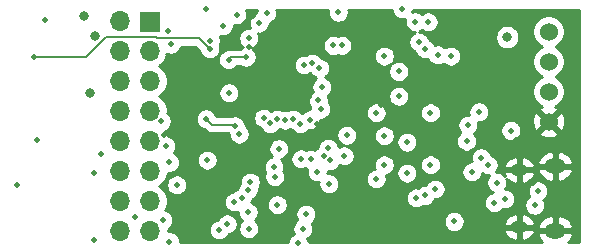
<source format=gbr>
G04 #@! TF.GenerationSoftware,KiCad,Pcbnew,5.1.5+dfsg1-2build2*
G04 #@! TF.CreationDate,2021-09-24T14:29:39+01:00*
G04 #@! TF.ProjectId,picopak,7069636f-7061-46b2-9e6b-696361645f70,rev?*
G04 #@! TF.SameCoordinates,Original*
G04 #@! TF.FileFunction,Copper,L2,Inr*
G04 #@! TF.FilePolarity,Positive*
%FSLAX46Y46*%
G04 Gerber Fmt 4.6, Leading zero omitted, Abs format (unit mm)*
G04 Created by KiCad (PCBNEW 5.1.5+dfsg1-2build2) date 2021-09-24 14:29:39*
%MOMM*%
%LPD*%
G04 APERTURE LIST*
%ADD10C,1.524000*%
%ADD11R,1.700000X1.700000*%
%ADD12O,1.700000X1.700000*%
%ADD13O,1.450000X1.050000*%
%ADD14O,1.800000X1.300000*%
%ADD15C,0.500000*%
%ADD16C,0.800000*%
%ADD17C,0.200000*%
%ADD18C,0.254000*%
G04 APERTURE END LIST*
D10*
X206800000Y-79145000D03*
X206800000Y-76605000D03*
X206800000Y-74065000D03*
X206800000Y-71525000D03*
D11*
X173050000Y-70700000D03*
D12*
X170510000Y-70620000D03*
X173050000Y-73160000D03*
X170510000Y-73160000D03*
X173050000Y-75700000D03*
X170510000Y-75700000D03*
X173050000Y-78240000D03*
X170510000Y-78240000D03*
X173050000Y-80780000D03*
X170510000Y-80780000D03*
X173050000Y-83320000D03*
X170510000Y-83320000D03*
X173050000Y-85860000D03*
X170510000Y-85860000D03*
X173050000Y-88400000D03*
X170510000Y-88400000D03*
D13*
X204320000Y-83225000D03*
X204320000Y-88075000D03*
D14*
X207350000Y-88375000D03*
X207350000Y-82925000D03*
D15*
X205900000Y-85000000D03*
X204000000Y-80700000D03*
X199600000Y-84100000D03*
X189300000Y-84400000D03*
X192300000Y-75400000D03*
X192600000Y-77700000D03*
X190900000Y-72699989D03*
X201250000Y-71200000D03*
X181400000Y-72800003D03*
X177600000Y-88625001D03*
X175691075Y-87529336D03*
X180150000Y-82900000D03*
X205000000Y-72100000D03*
X187223784Y-79329032D03*
X185300000Y-71800000D03*
X181800000Y-70200000D03*
X174249693Y-80279259D03*
X186535835Y-77083472D03*
X205500000Y-84300000D03*
X177900000Y-74200000D03*
X202200000Y-86000000D03*
X202400000Y-84300000D03*
X161800000Y-84500000D03*
X187600000Y-76200000D03*
X187400000Y-74600000D03*
X186100000Y-74349990D03*
X188200000Y-84400000D03*
X189700000Y-80300000D03*
X187750000Y-82023625D03*
X192900000Y-73600000D03*
X181400000Y-72100000D03*
X198500000Y-73600000D03*
X183954047Y-81430282D03*
X192900000Y-82800000D03*
X192900000Y-80345010D03*
X179726556Y-76695626D03*
D16*
X203300000Y-72000000D03*
X168400000Y-71900000D03*
D15*
X174800000Y-72600000D03*
X179250011Y-71049989D03*
X199961091Y-79461091D03*
X200300000Y-83400000D03*
X194800000Y-83500000D03*
X194804990Y-80895010D03*
X177800000Y-78900000D03*
X180267104Y-79500000D03*
X197200000Y-84850000D03*
X205623263Y-86240711D03*
X197400000Y-73500000D03*
X196350000Y-85400000D03*
X203100000Y-85700000D03*
X196350000Y-73000000D03*
X194100000Y-74900000D03*
X194100000Y-77000000D03*
X178100001Y-73000000D03*
X163200000Y-73700000D03*
X178162919Y-72280554D03*
X164170693Y-70500610D03*
X188150000Y-81391928D03*
X187292753Y-77350677D03*
X188318185Y-82432487D03*
X187511597Y-78081384D03*
X192200000Y-84000000D03*
X192200000Y-78400000D03*
X196800000Y-78400000D03*
X196800000Y-82800000D03*
X198800000Y-87600000D03*
X199850010Y-80800000D03*
X179600000Y-87800000D03*
X181200001Y-73700000D03*
X179700000Y-73900000D03*
X203600000Y-79900000D03*
X186800000Y-74200000D03*
X189500000Y-82050000D03*
X200900000Y-78300000D03*
X201100000Y-82200000D03*
X182922988Y-69950000D03*
X174400000Y-81200000D03*
D16*
X168000000Y-76700000D03*
X167500000Y-70200000D03*
D15*
X177800000Y-69600000D03*
X174600000Y-71475000D03*
X189279175Y-72700014D03*
X186000000Y-88200000D03*
X181400000Y-88200000D03*
X181374998Y-86825000D03*
X187200000Y-83385998D03*
X186650000Y-82350002D03*
X186250000Y-87000001D03*
X195800000Y-72400000D03*
X195600000Y-85600000D03*
X196600000Y-70700000D03*
X189000000Y-69900000D03*
X182300000Y-70800000D03*
X186564080Y-79000000D03*
X185781332Y-79315290D03*
X185190616Y-78939714D03*
X184495725Y-79024135D03*
X178900000Y-88325000D03*
X185600000Y-89425000D03*
X185831067Y-82302913D03*
X174007124Y-79125157D03*
X183203215Y-79302710D03*
X183547115Y-82958407D03*
X183605663Y-83794773D03*
X181554999Y-84260001D03*
X181361872Y-84932835D03*
X180800000Y-85600000D03*
X182668011Y-78851535D03*
X180612490Y-80200000D03*
X180193780Y-85950000D03*
X183840711Y-86175000D03*
X183800985Y-78938466D03*
X177900000Y-82400000D03*
X174150000Y-87500000D03*
X171800000Y-87200000D03*
X175300000Y-84500000D03*
X174700000Y-89300000D03*
X168300000Y-89200000D03*
X168300000Y-83500000D03*
X174700000Y-82600000D03*
X168900000Y-81900000D03*
X180400000Y-70100000D03*
X194400000Y-69600000D03*
X195504265Y-70689337D03*
X201700000Y-82800000D03*
X188579174Y-72699988D03*
X163500000Y-80700000D03*
D17*
X178300000Y-79400000D02*
X177800000Y-78900000D01*
X180267104Y-79400000D02*
X178300000Y-79400000D01*
X178100001Y-73000000D02*
X177200001Y-72100000D01*
X169326003Y-72009999D02*
X167636002Y-73700000D01*
X173602001Y-72009999D02*
X169326003Y-72009999D01*
X173642001Y-72049999D02*
X173602001Y-72009999D01*
X177150000Y-72049999D02*
X173642001Y-72049999D01*
X167636002Y-73700000D02*
X163200000Y-73700000D01*
X177200001Y-72100000D02*
X177150000Y-72049999D01*
X179900000Y-73700000D02*
X179700000Y-73900000D01*
X181200001Y-73700000D02*
X179900000Y-73700000D01*
D18*
G36*
X182071998Y-69691855D02*
G01*
X182037988Y-69862835D01*
X182037988Y-69950612D01*
X181880795Y-70015723D01*
X181735845Y-70112576D01*
X181612576Y-70235845D01*
X181515723Y-70380795D01*
X181449010Y-70541855D01*
X181415000Y-70712835D01*
X181415000Y-70887165D01*
X181449010Y-71058145D01*
X181515723Y-71219205D01*
X181516860Y-71220907D01*
X181487165Y-71215000D01*
X181312835Y-71215000D01*
X181141855Y-71249010D01*
X180980795Y-71315723D01*
X180835845Y-71412576D01*
X180712576Y-71535845D01*
X180615723Y-71680795D01*
X180549010Y-71841855D01*
X180515000Y-72012835D01*
X180515000Y-72187165D01*
X180549010Y-72358145D01*
X180615723Y-72519205D01*
X180712576Y-72664155D01*
X180835845Y-72787424D01*
X180933311Y-72852549D01*
X180780796Y-72915723D01*
X180707048Y-72965000D01*
X179936105Y-72965000D01*
X179900000Y-72961444D01*
X179863895Y-72965000D01*
X179755915Y-72975635D01*
X179626146Y-73015000D01*
X179612835Y-73015000D01*
X179441855Y-73049010D01*
X179280795Y-73115723D01*
X179135845Y-73212576D01*
X179012576Y-73335845D01*
X178915723Y-73480795D01*
X178849010Y-73641855D01*
X178815000Y-73812835D01*
X178815000Y-73987165D01*
X178849010Y-74158145D01*
X178915723Y-74319205D01*
X179012576Y-74464155D01*
X179135845Y-74587424D01*
X179280795Y-74684277D01*
X179441855Y-74750990D01*
X179612835Y-74785000D01*
X179787165Y-74785000D01*
X179958145Y-74750990D01*
X180119205Y-74684277D01*
X180264155Y-74587424D01*
X180387424Y-74464155D01*
X180406905Y-74435000D01*
X180707048Y-74435000D01*
X180780796Y-74484277D01*
X180941856Y-74550990D01*
X181112836Y-74585000D01*
X181287166Y-74585000D01*
X181458146Y-74550990D01*
X181619206Y-74484277D01*
X181764156Y-74387424D01*
X181887425Y-74264155D01*
X181984278Y-74119205D01*
X182050991Y-73958145D01*
X182085001Y-73787165D01*
X182085001Y-73612835D01*
X182050991Y-73441855D01*
X181984278Y-73280795D01*
X181887425Y-73135845D01*
X181764156Y-73012576D01*
X181666690Y-72947451D01*
X181819205Y-72884277D01*
X181964155Y-72787424D01*
X182087424Y-72664155D01*
X182121723Y-72612823D01*
X187694174Y-72612823D01*
X187694174Y-72787153D01*
X187728184Y-72958133D01*
X187794897Y-73119193D01*
X187891750Y-73264143D01*
X188015019Y-73387412D01*
X188159969Y-73484265D01*
X188321029Y-73550978D01*
X188492009Y-73584988D01*
X188666339Y-73584988D01*
X188837319Y-73550978D01*
X188929143Y-73512943D01*
X189021030Y-73551004D01*
X189192010Y-73585014D01*
X189366340Y-73585014D01*
X189537320Y-73551004D01*
X189629468Y-73512835D01*
X192015000Y-73512835D01*
X192015000Y-73687165D01*
X192049010Y-73858145D01*
X192115723Y-74019205D01*
X192212576Y-74164155D01*
X192335845Y-74287424D01*
X192480795Y-74384277D01*
X192641855Y-74450990D01*
X192812835Y-74485000D01*
X192987165Y-74485000D01*
X193158145Y-74450990D01*
X193319205Y-74384277D01*
X193454638Y-74293783D01*
X193412576Y-74335845D01*
X193315723Y-74480795D01*
X193249010Y-74641855D01*
X193215000Y-74812835D01*
X193215000Y-74987165D01*
X193249010Y-75158145D01*
X193315723Y-75319205D01*
X193412576Y-75464155D01*
X193535845Y-75587424D01*
X193680795Y-75684277D01*
X193841855Y-75750990D01*
X194012835Y-75785000D01*
X194187165Y-75785000D01*
X194358145Y-75750990D01*
X194519205Y-75684277D01*
X194664155Y-75587424D01*
X194787424Y-75464155D01*
X194884277Y-75319205D01*
X194950990Y-75158145D01*
X194985000Y-74987165D01*
X194985000Y-74812835D01*
X194950990Y-74641855D01*
X194884277Y-74480795D01*
X194787424Y-74335845D01*
X194664155Y-74212576D01*
X194519205Y-74115723D01*
X194358145Y-74049010D01*
X194187165Y-74015000D01*
X194012835Y-74015000D01*
X193841855Y-74049010D01*
X193680795Y-74115723D01*
X193545362Y-74206217D01*
X193587424Y-74164155D01*
X193684277Y-74019205D01*
X193750990Y-73858145D01*
X193785000Y-73687165D01*
X193785000Y-73512835D01*
X193750990Y-73341855D01*
X193684277Y-73180795D01*
X193587424Y-73035845D01*
X193464155Y-72912576D01*
X193319205Y-72815723D01*
X193158145Y-72749010D01*
X192987165Y-72715000D01*
X192812835Y-72715000D01*
X192641855Y-72749010D01*
X192480795Y-72815723D01*
X192335845Y-72912576D01*
X192212576Y-73035845D01*
X192115723Y-73180795D01*
X192049010Y-73341855D01*
X192015000Y-73512835D01*
X189629468Y-73512835D01*
X189698380Y-73484291D01*
X189843330Y-73387438D01*
X189966599Y-73264169D01*
X190063452Y-73119219D01*
X190130165Y-72958159D01*
X190164175Y-72787179D01*
X190164175Y-72612849D01*
X190130165Y-72441869D01*
X190063452Y-72280809D01*
X189966599Y-72135859D01*
X189843330Y-72012590D01*
X189698380Y-71915737D01*
X189537320Y-71849024D01*
X189366340Y-71815014D01*
X189192010Y-71815014D01*
X189021030Y-71849024D01*
X188929206Y-71887059D01*
X188837319Y-71848998D01*
X188666339Y-71814988D01*
X188492009Y-71814988D01*
X188321029Y-71848998D01*
X188159969Y-71915711D01*
X188015019Y-72012564D01*
X187891750Y-72135833D01*
X187794897Y-72280783D01*
X187728184Y-72441843D01*
X187694174Y-72612823D01*
X182121723Y-72612823D01*
X182184277Y-72519205D01*
X182250990Y-72358145D01*
X182285000Y-72187165D01*
X182285000Y-72012835D01*
X182250990Y-71841855D01*
X182184277Y-71680795D01*
X182183140Y-71679093D01*
X182212835Y-71685000D01*
X182387165Y-71685000D01*
X182558145Y-71650990D01*
X182719205Y-71584277D01*
X182864155Y-71487424D01*
X182987424Y-71364155D01*
X183084277Y-71219205D01*
X183150990Y-71058145D01*
X183185000Y-70887165D01*
X183185000Y-70799388D01*
X183342193Y-70734277D01*
X183487143Y-70637424D01*
X183610412Y-70514155D01*
X183707265Y-70369205D01*
X183773978Y-70208145D01*
X183807988Y-70037165D01*
X183807988Y-69862835D01*
X183773978Y-69691855D01*
X183760783Y-69660000D01*
X188145401Y-69660000D01*
X188115000Y-69812835D01*
X188115000Y-69987165D01*
X188149010Y-70158145D01*
X188215723Y-70319205D01*
X188312576Y-70464155D01*
X188435845Y-70587424D01*
X188580795Y-70684277D01*
X188741855Y-70750990D01*
X188912835Y-70785000D01*
X189087165Y-70785000D01*
X189258145Y-70750990D01*
X189419205Y-70684277D01*
X189564155Y-70587424D01*
X189687424Y-70464155D01*
X189784277Y-70319205D01*
X189850990Y-70158145D01*
X189885000Y-69987165D01*
X189885000Y-69812835D01*
X189854599Y-69660000D01*
X193515000Y-69660000D01*
X193515000Y-69687165D01*
X193549010Y-69858145D01*
X193615723Y-70019205D01*
X193712576Y-70164155D01*
X193835845Y-70287424D01*
X193980795Y-70384277D01*
X194141855Y-70450990D01*
X194312835Y-70485000D01*
X194487165Y-70485000D01*
X194648974Y-70452814D01*
X194619265Y-70602172D01*
X194619265Y-70776502D01*
X194653275Y-70947482D01*
X194719988Y-71108542D01*
X194816841Y-71253492D01*
X194940110Y-71376761D01*
X195085060Y-71473614D01*
X195246120Y-71540327D01*
X195417100Y-71574337D01*
X195480710Y-71574337D01*
X195380795Y-71615723D01*
X195235845Y-71712576D01*
X195112576Y-71835845D01*
X195015723Y-71980795D01*
X194949010Y-72141855D01*
X194915000Y-72312835D01*
X194915000Y-72487165D01*
X194949010Y-72658145D01*
X195015723Y-72819205D01*
X195112576Y-72964155D01*
X195235845Y-73087424D01*
X195380795Y-73184277D01*
X195493612Y-73231007D01*
X195499010Y-73258145D01*
X195565723Y-73419205D01*
X195662576Y-73564155D01*
X195785845Y-73687424D01*
X195930795Y-73784277D01*
X196091855Y-73850990D01*
X196262835Y-73885000D01*
X196437165Y-73885000D01*
X196589041Y-73854790D01*
X196615723Y-73919205D01*
X196712576Y-74064155D01*
X196835845Y-74187424D01*
X196980795Y-74284277D01*
X197141855Y-74350990D01*
X197312835Y-74385000D01*
X197487165Y-74385000D01*
X197658145Y-74350990D01*
X197819205Y-74284277D01*
X197887239Y-74238818D01*
X197935845Y-74287424D01*
X198080795Y-74384277D01*
X198241855Y-74450990D01*
X198412835Y-74485000D01*
X198587165Y-74485000D01*
X198758145Y-74450990D01*
X198919205Y-74384277D01*
X199064155Y-74287424D01*
X199187424Y-74164155D01*
X199284277Y-74019205D01*
X199350990Y-73858145D01*
X199385000Y-73687165D01*
X199385000Y-73512835D01*
X199350990Y-73341855D01*
X199284277Y-73180795D01*
X199187424Y-73035845D01*
X199064155Y-72912576D01*
X198919205Y-72815723D01*
X198758145Y-72749010D01*
X198587165Y-72715000D01*
X198412835Y-72715000D01*
X198241855Y-72749010D01*
X198080795Y-72815723D01*
X198012761Y-72861182D01*
X197964155Y-72812576D01*
X197819205Y-72715723D01*
X197658145Y-72649010D01*
X197487165Y-72615000D01*
X197312835Y-72615000D01*
X197160959Y-72645210D01*
X197134277Y-72580795D01*
X197037424Y-72435845D01*
X196914155Y-72312576D01*
X196769205Y-72215723D01*
X196656388Y-72168993D01*
X196650990Y-72141855D01*
X196584277Y-71980795D01*
X196528996Y-71898061D01*
X202265000Y-71898061D01*
X202265000Y-72101939D01*
X202304774Y-72301898D01*
X202382795Y-72490256D01*
X202496063Y-72659774D01*
X202640226Y-72803937D01*
X202809744Y-72917205D01*
X202998102Y-72995226D01*
X203198061Y-73035000D01*
X203401939Y-73035000D01*
X203601898Y-72995226D01*
X203790256Y-72917205D01*
X203959774Y-72803937D01*
X204103937Y-72659774D01*
X204217205Y-72490256D01*
X204295226Y-72301898D01*
X204335000Y-72101939D01*
X204335000Y-71898061D01*
X204295226Y-71698102D01*
X204217205Y-71509744D01*
X204135463Y-71387408D01*
X205403000Y-71387408D01*
X205403000Y-71662592D01*
X205456686Y-71932490D01*
X205561995Y-72186727D01*
X205714880Y-72415535D01*
X205909465Y-72610120D01*
X206138273Y-72763005D01*
X206215515Y-72795000D01*
X206138273Y-72826995D01*
X205909465Y-72979880D01*
X205714880Y-73174465D01*
X205561995Y-73403273D01*
X205456686Y-73657510D01*
X205403000Y-73927408D01*
X205403000Y-74202592D01*
X205456686Y-74472490D01*
X205561995Y-74726727D01*
X205714880Y-74955535D01*
X205909465Y-75150120D01*
X206138273Y-75303005D01*
X206215515Y-75335000D01*
X206138273Y-75366995D01*
X205909465Y-75519880D01*
X205714880Y-75714465D01*
X205561995Y-75943273D01*
X205456686Y-76197510D01*
X205403000Y-76467408D01*
X205403000Y-76742592D01*
X205456686Y-77012490D01*
X205561995Y-77266727D01*
X205714880Y-77495535D01*
X205909465Y-77690120D01*
X206138273Y-77843005D01*
X206209943Y-77872692D01*
X206196977Y-77877364D01*
X206081020Y-77939344D01*
X206014040Y-78179435D01*
X206800000Y-78965395D01*
X207585960Y-78179435D01*
X207518980Y-77939344D01*
X207383240Y-77875515D01*
X207461727Y-77843005D01*
X207690535Y-77690120D01*
X207885120Y-77495535D01*
X208038005Y-77266727D01*
X208143314Y-77012490D01*
X208197000Y-76742592D01*
X208197000Y-76467408D01*
X208143314Y-76197510D01*
X208038005Y-75943273D01*
X207885120Y-75714465D01*
X207690535Y-75519880D01*
X207461727Y-75366995D01*
X207384485Y-75335000D01*
X207461727Y-75303005D01*
X207690535Y-75150120D01*
X207885120Y-74955535D01*
X208038005Y-74726727D01*
X208143314Y-74472490D01*
X208197000Y-74202592D01*
X208197000Y-73927408D01*
X208143314Y-73657510D01*
X208038005Y-73403273D01*
X207885120Y-73174465D01*
X207690535Y-72979880D01*
X207461727Y-72826995D01*
X207384485Y-72795000D01*
X207461727Y-72763005D01*
X207690535Y-72610120D01*
X207885120Y-72415535D01*
X208038005Y-72186727D01*
X208143314Y-71932490D01*
X208197000Y-71662592D01*
X208197000Y-71387408D01*
X208143314Y-71117510D01*
X208038005Y-70863273D01*
X207885120Y-70634465D01*
X207690535Y-70439880D01*
X207461727Y-70286995D01*
X207207490Y-70181686D01*
X206937592Y-70128000D01*
X206662408Y-70128000D01*
X206392510Y-70181686D01*
X206138273Y-70286995D01*
X205909465Y-70439880D01*
X205714880Y-70634465D01*
X205561995Y-70863273D01*
X205456686Y-71117510D01*
X205403000Y-71387408D01*
X204135463Y-71387408D01*
X204103937Y-71340226D01*
X203959774Y-71196063D01*
X203790256Y-71082795D01*
X203601898Y-71004774D01*
X203401939Y-70965000D01*
X203198061Y-70965000D01*
X202998102Y-71004774D01*
X202809744Y-71082795D01*
X202640226Y-71196063D01*
X202496063Y-71340226D01*
X202382795Y-71509744D01*
X202304774Y-71698102D01*
X202265000Y-71898061D01*
X196528996Y-71898061D01*
X196487424Y-71835845D01*
X196364155Y-71712576D01*
X196219205Y-71615723D01*
X196058145Y-71549010D01*
X195887165Y-71515000D01*
X195823555Y-71515000D01*
X195923470Y-71473614D01*
X196044153Y-71392976D01*
X196180795Y-71484277D01*
X196341855Y-71550990D01*
X196512835Y-71585000D01*
X196687165Y-71585000D01*
X196858145Y-71550990D01*
X197019205Y-71484277D01*
X197164155Y-71387424D01*
X197287424Y-71264155D01*
X197384277Y-71119205D01*
X197450990Y-70958145D01*
X197485000Y-70787165D01*
X197485000Y-70612835D01*
X197450990Y-70441855D01*
X197384277Y-70280795D01*
X197287424Y-70135845D01*
X197164155Y-70012576D01*
X197019205Y-69915723D01*
X196858145Y-69849010D01*
X196687165Y-69815000D01*
X196512835Y-69815000D01*
X196341855Y-69849010D01*
X196180795Y-69915723D01*
X196060112Y-69996361D01*
X195923470Y-69905060D01*
X195762410Y-69838347D01*
X195591430Y-69804337D01*
X195417100Y-69804337D01*
X195255291Y-69836523D01*
X195285000Y-69687165D01*
X195285000Y-69660000D01*
X209340000Y-69660000D01*
X209340000Y-70032418D01*
X209340001Y-70032428D01*
X209340000Y-89340000D01*
X208457581Y-89340000D01*
X208572191Y-89233375D01*
X208720971Y-89027217D01*
X208826673Y-88795994D01*
X208843099Y-88700471D01*
X208719067Y-88502000D01*
X207477000Y-88502000D01*
X207477000Y-88522000D01*
X207223000Y-88522000D01*
X207223000Y-88502000D01*
X205980933Y-88502000D01*
X205856901Y-88700471D01*
X205873327Y-88795994D01*
X205979029Y-89027217D01*
X206127809Y-89233375D01*
X206242419Y-89340000D01*
X186485000Y-89340000D01*
X186485000Y-89337835D01*
X186450990Y-89166855D01*
X186384277Y-89005795D01*
X186380587Y-89000273D01*
X186419205Y-88984277D01*
X186564155Y-88887424D01*
X186687424Y-88764155D01*
X186784277Y-88619205D01*
X186850990Y-88458145D01*
X186885000Y-88287165D01*
X186885000Y-88112835D01*
X186850990Y-87941855D01*
X186784277Y-87780795D01*
X186750368Y-87730046D01*
X186814155Y-87687425D01*
X186937424Y-87564156D01*
X186971715Y-87512835D01*
X197915000Y-87512835D01*
X197915000Y-87687165D01*
X197949010Y-87858145D01*
X198015723Y-88019205D01*
X198112576Y-88164155D01*
X198235845Y-88287424D01*
X198380795Y-88384277D01*
X198541855Y-88450990D01*
X198712835Y-88485000D01*
X198887165Y-88485000D01*
X199058145Y-88450990D01*
X199219205Y-88384277D01*
X199224393Y-88380810D01*
X203001036Y-88380810D01*
X203005216Y-88417711D01*
X203093496Y-88628609D01*
X203221224Y-88818232D01*
X203383491Y-88979294D01*
X203574062Y-89105604D01*
X203785613Y-89192308D01*
X204010014Y-89236075D01*
X204193000Y-89080236D01*
X204193000Y-88202000D01*
X204447000Y-88202000D01*
X204447000Y-89080236D01*
X204629986Y-89236075D01*
X204854387Y-89192308D01*
X205065938Y-89105604D01*
X205256509Y-88979294D01*
X205418776Y-88818232D01*
X205546504Y-88628609D01*
X205634784Y-88417711D01*
X205638964Y-88380810D01*
X205513163Y-88202000D01*
X204447000Y-88202000D01*
X204193000Y-88202000D01*
X203126837Y-88202000D01*
X203001036Y-88380810D01*
X199224393Y-88380810D01*
X199364155Y-88287424D01*
X199487424Y-88164155D01*
X199564015Y-88049529D01*
X205856901Y-88049529D01*
X205980933Y-88248000D01*
X207223000Y-88248000D01*
X207223000Y-87242691D01*
X207477000Y-87242691D01*
X207477000Y-88248000D01*
X208719067Y-88248000D01*
X208843099Y-88049529D01*
X208826673Y-87954006D01*
X208720971Y-87722783D01*
X208572191Y-87516625D01*
X208386050Y-87343453D01*
X208169701Y-87209923D01*
X207931459Y-87121167D01*
X207680480Y-87080595D01*
X207477000Y-87242691D01*
X207223000Y-87242691D01*
X207019520Y-87080595D01*
X206768541Y-87121167D01*
X206530299Y-87209923D01*
X206313950Y-87343453D01*
X206127809Y-87516625D01*
X205979029Y-87722783D01*
X205873327Y-87954006D01*
X205856901Y-88049529D01*
X199564015Y-88049529D01*
X199584277Y-88019205D01*
X199650990Y-87858145D01*
X199668684Y-87769190D01*
X203001036Y-87769190D01*
X203126837Y-87948000D01*
X204193000Y-87948000D01*
X204193000Y-87069764D01*
X204447000Y-87069764D01*
X204447000Y-87948000D01*
X205513163Y-87948000D01*
X205638964Y-87769190D01*
X205634784Y-87732289D01*
X205546504Y-87521391D01*
X205418776Y-87331768D01*
X205256509Y-87170706D01*
X205065938Y-87044396D01*
X204854387Y-86957692D01*
X204629986Y-86913925D01*
X204447000Y-87069764D01*
X204193000Y-87069764D01*
X204010014Y-86913925D01*
X203785613Y-86957692D01*
X203574062Y-87044396D01*
X203383491Y-87170706D01*
X203221224Y-87331768D01*
X203093496Y-87521391D01*
X203005216Y-87732289D01*
X203001036Y-87769190D01*
X199668684Y-87769190D01*
X199685000Y-87687165D01*
X199685000Y-87512835D01*
X199650990Y-87341855D01*
X199584277Y-87180795D01*
X199487424Y-87035845D01*
X199364155Y-86912576D01*
X199219205Y-86815723D01*
X199058145Y-86749010D01*
X198887165Y-86715000D01*
X198712835Y-86715000D01*
X198541855Y-86749010D01*
X198380795Y-86815723D01*
X198235845Y-86912576D01*
X198112576Y-87035845D01*
X198015723Y-87180795D01*
X197949010Y-87341855D01*
X197915000Y-87512835D01*
X186971715Y-87512835D01*
X187034277Y-87419206D01*
X187100990Y-87258146D01*
X187135000Y-87087166D01*
X187135000Y-86912836D01*
X187100990Y-86741856D01*
X187034277Y-86580796D01*
X186937424Y-86435846D01*
X186814155Y-86312577D01*
X186669205Y-86215724D01*
X186508145Y-86149011D01*
X186337165Y-86115001D01*
X186162835Y-86115001D01*
X185991855Y-86149011D01*
X185830795Y-86215724D01*
X185685845Y-86312577D01*
X185562576Y-86435846D01*
X185465723Y-86580796D01*
X185399010Y-86741856D01*
X185365000Y-86912836D01*
X185365000Y-87087166D01*
X185399010Y-87258146D01*
X185465723Y-87419206D01*
X185499632Y-87469955D01*
X185435845Y-87512576D01*
X185312576Y-87635845D01*
X185215723Y-87780795D01*
X185149010Y-87941855D01*
X185115000Y-88112835D01*
X185115000Y-88287165D01*
X185149010Y-88458145D01*
X185215723Y-88619205D01*
X185219413Y-88624727D01*
X185180795Y-88640723D01*
X185035845Y-88737576D01*
X184912576Y-88860845D01*
X184815723Y-89005795D01*
X184749010Y-89166855D01*
X184715000Y-89337835D01*
X184715000Y-89340000D01*
X175585000Y-89340000D01*
X175585000Y-89212835D01*
X175550990Y-89041855D01*
X175484277Y-88880795D01*
X175387424Y-88735845D01*
X175264155Y-88612576D01*
X175119205Y-88515723D01*
X174958145Y-88449010D01*
X174787165Y-88415000D01*
X174612835Y-88415000D01*
X174535000Y-88430482D01*
X174535000Y-88298445D01*
X174569205Y-88284277D01*
X174638710Y-88237835D01*
X178015000Y-88237835D01*
X178015000Y-88412165D01*
X178049010Y-88583145D01*
X178115723Y-88744205D01*
X178212576Y-88889155D01*
X178335845Y-89012424D01*
X178480795Y-89109277D01*
X178641855Y-89175990D01*
X178812835Y-89210000D01*
X178987165Y-89210000D01*
X179158145Y-89175990D01*
X179319205Y-89109277D01*
X179464155Y-89012424D01*
X179587424Y-88889155D01*
X179684277Y-88744205D01*
X179710743Y-88680310D01*
X179858145Y-88650990D01*
X180019205Y-88584277D01*
X180164155Y-88487424D01*
X180287424Y-88364155D01*
X180384277Y-88219205D01*
X180450990Y-88058145D01*
X180485000Y-87887165D01*
X180485000Y-87712835D01*
X180450990Y-87541855D01*
X180384277Y-87380795D01*
X180287424Y-87235845D01*
X180164155Y-87112576D01*
X180019205Y-87015723D01*
X179858145Y-86949010D01*
X179687165Y-86915000D01*
X179512835Y-86915000D01*
X179341855Y-86949010D01*
X179180795Y-87015723D01*
X179035845Y-87112576D01*
X178912576Y-87235845D01*
X178815723Y-87380795D01*
X178789257Y-87444690D01*
X178641855Y-87474010D01*
X178480795Y-87540723D01*
X178335845Y-87637576D01*
X178212576Y-87760845D01*
X178115723Y-87905795D01*
X178049010Y-88066855D01*
X178015000Y-88237835D01*
X174638710Y-88237835D01*
X174714155Y-88187424D01*
X174837424Y-88064155D01*
X174934277Y-87919205D01*
X175000990Y-87758145D01*
X175035000Y-87587165D01*
X175035000Y-87412835D01*
X175000990Y-87241855D01*
X174934277Y-87080795D01*
X174837424Y-86935845D01*
X174714155Y-86812576D01*
X174569205Y-86715723D01*
X174408145Y-86649010D01*
X174320450Y-86631566D01*
X174365990Y-86563411D01*
X174477932Y-86293158D01*
X174535000Y-86006260D01*
X174535000Y-85862835D01*
X179308780Y-85862835D01*
X179308780Y-86037165D01*
X179342790Y-86208145D01*
X179409503Y-86369205D01*
X179506356Y-86514155D01*
X179629625Y-86637424D01*
X179774575Y-86734277D01*
X179935635Y-86800990D01*
X180106615Y-86835000D01*
X180280945Y-86835000D01*
X180451925Y-86800990D01*
X180489998Y-86785220D01*
X180489998Y-86912165D01*
X180524008Y-87083145D01*
X180590721Y-87244205D01*
X180687574Y-87389155D01*
X180810843Y-87512424D01*
X180825922Y-87522499D01*
X180712576Y-87635845D01*
X180615723Y-87780795D01*
X180549010Y-87941855D01*
X180515000Y-88112835D01*
X180515000Y-88287165D01*
X180549010Y-88458145D01*
X180615723Y-88619205D01*
X180712576Y-88764155D01*
X180835845Y-88887424D01*
X180980795Y-88984277D01*
X181141855Y-89050990D01*
X181312835Y-89085000D01*
X181487165Y-89085000D01*
X181658145Y-89050990D01*
X181819205Y-88984277D01*
X181964155Y-88887424D01*
X182087424Y-88764155D01*
X182184277Y-88619205D01*
X182250990Y-88458145D01*
X182285000Y-88287165D01*
X182285000Y-88112835D01*
X182250990Y-87941855D01*
X182184277Y-87780795D01*
X182087424Y-87635845D01*
X181964155Y-87512576D01*
X181949076Y-87502501D01*
X182062422Y-87389155D01*
X182159275Y-87244205D01*
X182225988Y-87083145D01*
X182259998Y-86912165D01*
X182259998Y-86737835D01*
X182225988Y-86566855D01*
X182159275Y-86405795D01*
X182062422Y-86260845D01*
X181939153Y-86137576D01*
X181864711Y-86087835D01*
X182955711Y-86087835D01*
X182955711Y-86262165D01*
X182989721Y-86433145D01*
X183056434Y-86594205D01*
X183153287Y-86739155D01*
X183276556Y-86862424D01*
X183421506Y-86959277D01*
X183582566Y-87025990D01*
X183753546Y-87060000D01*
X183927876Y-87060000D01*
X184098856Y-87025990D01*
X184259916Y-86959277D01*
X184404866Y-86862424D01*
X184528135Y-86739155D01*
X184624988Y-86594205D01*
X184691701Y-86433145D01*
X184725711Y-86262165D01*
X184725711Y-86087835D01*
X184691701Y-85916855D01*
X184624988Y-85755795D01*
X184528135Y-85610845D01*
X184430125Y-85512835D01*
X194715000Y-85512835D01*
X194715000Y-85687165D01*
X194749010Y-85858145D01*
X194815723Y-86019205D01*
X194912576Y-86164155D01*
X195035845Y-86287424D01*
X195180795Y-86384277D01*
X195341855Y-86450990D01*
X195512835Y-86485000D01*
X195687165Y-86485000D01*
X195858145Y-86450990D01*
X196019205Y-86384277D01*
X196164155Y-86287424D01*
X196182549Y-86269030D01*
X196262835Y-86285000D01*
X196437165Y-86285000D01*
X196608145Y-86250990D01*
X196769205Y-86184277D01*
X196914155Y-86087424D01*
X197037424Y-85964155D01*
X197134277Y-85819205D01*
X197169156Y-85735000D01*
X197287165Y-85735000D01*
X197458145Y-85700990D01*
X197619205Y-85634277D01*
X197764155Y-85537424D01*
X197887424Y-85414155D01*
X197984277Y-85269205D01*
X198050990Y-85108145D01*
X198085000Y-84937165D01*
X198085000Y-84762835D01*
X198050990Y-84591855D01*
X197984277Y-84430795D01*
X197887424Y-84285845D01*
X197764155Y-84162576D01*
X197619205Y-84065723D01*
X197458145Y-83999010D01*
X197287165Y-83965000D01*
X197112835Y-83965000D01*
X196941855Y-83999010D01*
X196780795Y-84065723D01*
X196635845Y-84162576D01*
X196512576Y-84285845D01*
X196415723Y-84430795D01*
X196380844Y-84515000D01*
X196262835Y-84515000D01*
X196091855Y-84549010D01*
X195930795Y-84615723D01*
X195785845Y-84712576D01*
X195767451Y-84730970D01*
X195687165Y-84715000D01*
X195512835Y-84715000D01*
X195341855Y-84749010D01*
X195180795Y-84815723D01*
X195035845Y-84912576D01*
X194912576Y-85035845D01*
X194815723Y-85180795D01*
X194749010Y-85341855D01*
X194715000Y-85512835D01*
X184430125Y-85512835D01*
X184404866Y-85487576D01*
X184259916Y-85390723D01*
X184098856Y-85324010D01*
X183927876Y-85290000D01*
X183753546Y-85290000D01*
X183582566Y-85324010D01*
X183421506Y-85390723D01*
X183276556Y-85487576D01*
X183153287Y-85610845D01*
X183056434Y-85755795D01*
X182989721Y-85916855D01*
X182955711Y-86087835D01*
X181864711Y-86087835D01*
X181794203Y-86040723D01*
X181633143Y-85974010D01*
X181605292Y-85968470D01*
X181650990Y-85858145D01*
X181669882Y-85763170D01*
X181781077Y-85717112D01*
X181926027Y-85620259D01*
X182049296Y-85496990D01*
X182146149Y-85352040D01*
X182212862Y-85190980D01*
X182246872Y-85020000D01*
X182246872Y-84845670D01*
X182242554Y-84823960D01*
X182339276Y-84679206D01*
X182405989Y-84518146D01*
X182439999Y-84347166D01*
X182439999Y-84172836D01*
X182405989Y-84001856D01*
X182339276Y-83840796D01*
X182242423Y-83695846D01*
X182119154Y-83572577D01*
X181974204Y-83475724D01*
X181813144Y-83409011D01*
X181642164Y-83375001D01*
X181467834Y-83375001D01*
X181296854Y-83409011D01*
X181135794Y-83475724D01*
X180990844Y-83572577D01*
X180867575Y-83695846D01*
X180770722Y-83840796D01*
X180704009Y-84001856D01*
X180669999Y-84172836D01*
X180669999Y-84347166D01*
X180674317Y-84368876D01*
X180577595Y-84513630D01*
X180510882Y-84674690D01*
X180491990Y-84769665D01*
X180380795Y-84815723D01*
X180235845Y-84912576D01*
X180112576Y-85035845D01*
X180091023Y-85068101D01*
X179935635Y-85099010D01*
X179774575Y-85165723D01*
X179629625Y-85262576D01*
X179506356Y-85385845D01*
X179409503Y-85530795D01*
X179342790Y-85691855D01*
X179308780Y-85862835D01*
X174535000Y-85862835D01*
X174535000Y-85713740D01*
X174477932Y-85426842D01*
X174365990Y-85156589D01*
X174203475Y-84913368D01*
X173996632Y-84706525D01*
X173822240Y-84590000D01*
X173996632Y-84473475D01*
X174057272Y-84412835D01*
X174415000Y-84412835D01*
X174415000Y-84587165D01*
X174449010Y-84758145D01*
X174515723Y-84919205D01*
X174612576Y-85064155D01*
X174735845Y-85187424D01*
X174880795Y-85284277D01*
X175041855Y-85350990D01*
X175212835Y-85385000D01*
X175387165Y-85385000D01*
X175558145Y-85350990D01*
X175719205Y-85284277D01*
X175864155Y-85187424D01*
X175987424Y-85064155D01*
X176084277Y-84919205D01*
X176150990Y-84758145D01*
X176185000Y-84587165D01*
X176185000Y-84412835D01*
X176150990Y-84241855D01*
X176084277Y-84080795D01*
X175987424Y-83935845D01*
X175864155Y-83812576D01*
X175719205Y-83715723D01*
X175558145Y-83649010D01*
X175387165Y-83615000D01*
X175212835Y-83615000D01*
X175041855Y-83649010D01*
X174880795Y-83715723D01*
X174735845Y-83812576D01*
X174612576Y-83935845D01*
X174515723Y-84080795D01*
X174449010Y-84241855D01*
X174415000Y-84412835D01*
X174057272Y-84412835D01*
X174203475Y-84266632D01*
X174365990Y-84023411D01*
X174477932Y-83753158D01*
X174534377Y-83469394D01*
X174612835Y-83485000D01*
X174787165Y-83485000D01*
X174958145Y-83450990D01*
X175119205Y-83384277D01*
X175264155Y-83287424D01*
X175387424Y-83164155D01*
X175484277Y-83019205D01*
X175550990Y-82858145D01*
X175585000Y-82687165D01*
X175585000Y-82512835D01*
X175550990Y-82341855D01*
X175538970Y-82312835D01*
X177015000Y-82312835D01*
X177015000Y-82487165D01*
X177049010Y-82658145D01*
X177115723Y-82819205D01*
X177212576Y-82964155D01*
X177335845Y-83087424D01*
X177480795Y-83184277D01*
X177641855Y-83250990D01*
X177812835Y-83285000D01*
X177987165Y-83285000D01*
X178158145Y-83250990D01*
X178319205Y-83184277D01*
X178464155Y-83087424D01*
X178587424Y-82964155D01*
X178649506Y-82871242D01*
X182662115Y-82871242D01*
X182662115Y-83045572D01*
X182696125Y-83216552D01*
X182762838Y-83377612D01*
X182798458Y-83430921D01*
X182754673Y-83536628D01*
X182720663Y-83707608D01*
X182720663Y-83881938D01*
X182754673Y-84052918D01*
X182821386Y-84213978D01*
X182918239Y-84358928D01*
X183041508Y-84482197D01*
X183186458Y-84579050D01*
X183347518Y-84645763D01*
X183518498Y-84679773D01*
X183692828Y-84679773D01*
X183863808Y-84645763D01*
X184024868Y-84579050D01*
X184169818Y-84482197D01*
X184293087Y-84358928D01*
X184389940Y-84213978D01*
X184456653Y-84052918D01*
X184490663Y-83881938D01*
X184490663Y-83707608D01*
X184456653Y-83536628D01*
X184389940Y-83375568D01*
X184354320Y-83322259D01*
X184398105Y-83216552D01*
X184432115Y-83045572D01*
X184432115Y-82871242D01*
X184398105Y-82700262D01*
X184331392Y-82539202D01*
X184234539Y-82394252D01*
X184136596Y-82296309D01*
X184212192Y-82281272D01*
X184370381Y-82215748D01*
X184946067Y-82215748D01*
X184946067Y-82390078D01*
X184980077Y-82561058D01*
X185046790Y-82722118D01*
X185143643Y-82867068D01*
X185266912Y-82990337D01*
X185411862Y-83087190D01*
X185572922Y-83153903D01*
X185743902Y-83187913D01*
X185918232Y-83187913D01*
X186089212Y-83153903D01*
X186194744Y-83110190D01*
X186230795Y-83134279D01*
X186338831Y-83179029D01*
X186315000Y-83298833D01*
X186315000Y-83473163D01*
X186349010Y-83644143D01*
X186415723Y-83805203D01*
X186512576Y-83950153D01*
X186635845Y-84073422D01*
X186780795Y-84170275D01*
X186941855Y-84236988D01*
X187112835Y-84270998D01*
X187287165Y-84270998D01*
X187324811Y-84263510D01*
X187315000Y-84312835D01*
X187315000Y-84487165D01*
X187349010Y-84658145D01*
X187415723Y-84819205D01*
X187512576Y-84964155D01*
X187635845Y-85087424D01*
X187780795Y-85184277D01*
X187941855Y-85250990D01*
X188112835Y-85285000D01*
X188287165Y-85285000D01*
X188458145Y-85250990D01*
X188619205Y-85184277D01*
X188764155Y-85087424D01*
X188887424Y-84964155D01*
X188984277Y-84819205D01*
X189050990Y-84658145D01*
X189085000Y-84487165D01*
X189085000Y-84312835D01*
X189050990Y-84141855D01*
X188984277Y-83980795D01*
X188938868Y-83912835D01*
X191315000Y-83912835D01*
X191315000Y-84087165D01*
X191349010Y-84258145D01*
X191415723Y-84419205D01*
X191512576Y-84564155D01*
X191635845Y-84687424D01*
X191780795Y-84784277D01*
X191941855Y-84850990D01*
X192112835Y-84885000D01*
X192287165Y-84885000D01*
X192458145Y-84850990D01*
X192619205Y-84784277D01*
X192764155Y-84687424D01*
X192887424Y-84564155D01*
X192984277Y-84419205D01*
X193050990Y-84258145D01*
X193085000Y-84087165D01*
X193085000Y-83912835D01*
X193050990Y-83741855D01*
X193024374Y-83677599D01*
X193158145Y-83650990D01*
X193319205Y-83584277D01*
X193464155Y-83487424D01*
X193538744Y-83412835D01*
X193915000Y-83412835D01*
X193915000Y-83587165D01*
X193949010Y-83758145D01*
X194015723Y-83919205D01*
X194112576Y-84064155D01*
X194235845Y-84187424D01*
X194380795Y-84284277D01*
X194541855Y-84350990D01*
X194712835Y-84385000D01*
X194887165Y-84385000D01*
X195058145Y-84350990D01*
X195219205Y-84284277D01*
X195364155Y-84187424D01*
X195487424Y-84064155D01*
X195584277Y-83919205D01*
X195650990Y-83758145D01*
X195685000Y-83587165D01*
X195685000Y-83412835D01*
X195650990Y-83241855D01*
X195584277Y-83080795D01*
X195487424Y-82935845D01*
X195364155Y-82812576D01*
X195219205Y-82715723D01*
X195212233Y-82712835D01*
X195915000Y-82712835D01*
X195915000Y-82887165D01*
X195949010Y-83058145D01*
X196015723Y-83219205D01*
X196112576Y-83364155D01*
X196235845Y-83487424D01*
X196380795Y-83584277D01*
X196541855Y-83650990D01*
X196712835Y-83685000D01*
X196887165Y-83685000D01*
X197058145Y-83650990D01*
X197219205Y-83584277D01*
X197364155Y-83487424D01*
X197487424Y-83364155D01*
X197521715Y-83312835D01*
X199415000Y-83312835D01*
X199415000Y-83487165D01*
X199449010Y-83658145D01*
X199515723Y-83819205D01*
X199612576Y-83964155D01*
X199735845Y-84087424D01*
X199880795Y-84184277D01*
X200041855Y-84250990D01*
X200212835Y-84285000D01*
X200387165Y-84285000D01*
X200558145Y-84250990D01*
X200719205Y-84184277D01*
X200864155Y-84087424D01*
X200987424Y-83964155D01*
X201084277Y-83819205D01*
X201150990Y-83658145D01*
X201179188Y-83516385D01*
X201280795Y-83584277D01*
X201441855Y-83650990D01*
X201612835Y-83685000D01*
X201763421Y-83685000D01*
X201712576Y-83735845D01*
X201615723Y-83880795D01*
X201549010Y-84041855D01*
X201515000Y-84212835D01*
X201515000Y-84387165D01*
X201549010Y-84558145D01*
X201615723Y-84719205D01*
X201712576Y-84864155D01*
X201835845Y-84987424D01*
X201980795Y-85084277D01*
X202073741Y-85122776D01*
X201941855Y-85149010D01*
X201780795Y-85215723D01*
X201635845Y-85312576D01*
X201512576Y-85435845D01*
X201415723Y-85580795D01*
X201349010Y-85741855D01*
X201315000Y-85912835D01*
X201315000Y-86087165D01*
X201349010Y-86258145D01*
X201415723Y-86419205D01*
X201512576Y-86564155D01*
X201635845Y-86687424D01*
X201780795Y-86784277D01*
X201941855Y-86850990D01*
X202112835Y-86885000D01*
X202287165Y-86885000D01*
X202458145Y-86850990D01*
X202619205Y-86784277D01*
X202764155Y-86687424D01*
X202887424Y-86564155D01*
X202889843Y-86560535D01*
X203012835Y-86585000D01*
X203187165Y-86585000D01*
X203358145Y-86550990D01*
X203519205Y-86484277D01*
X203664155Y-86387424D01*
X203787424Y-86264155D01*
X203861330Y-86153546D01*
X204738263Y-86153546D01*
X204738263Y-86327876D01*
X204772273Y-86498856D01*
X204838986Y-86659916D01*
X204935839Y-86804866D01*
X205059108Y-86928135D01*
X205204058Y-87024988D01*
X205365118Y-87091701D01*
X205536098Y-87125711D01*
X205710428Y-87125711D01*
X205881408Y-87091701D01*
X206042468Y-87024988D01*
X206187418Y-86928135D01*
X206310687Y-86804866D01*
X206407540Y-86659916D01*
X206474253Y-86498856D01*
X206508263Y-86327876D01*
X206508263Y-86153546D01*
X206474253Y-85982566D01*
X206407540Y-85821506D01*
X206363077Y-85754963D01*
X206464155Y-85687424D01*
X206587424Y-85564155D01*
X206684277Y-85419205D01*
X206750990Y-85258145D01*
X206785000Y-85087165D01*
X206785000Y-84912835D01*
X206750990Y-84741855D01*
X206684277Y-84580795D01*
X206587424Y-84435845D01*
X206464155Y-84312576D01*
X206319205Y-84215723D01*
X206158145Y-84149010D01*
X205987165Y-84115000D01*
X205812835Y-84115000D01*
X205641855Y-84149010D01*
X205480795Y-84215723D01*
X205335845Y-84312576D01*
X205212576Y-84435845D01*
X205115723Y-84580795D01*
X205049010Y-84741855D01*
X205015000Y-84912835D01*
X205015000Y-85087165D01*
X205049010Y-85258145D01*
X205115723Y-85419205D01*
X205160186Y-85485748D01*
X205059108Y-85553287D01*
X204935839Y-85676556D01*
X204838986Y-85821506D01*
X204772273Y-85982566D01*
X204738263Y-86153546D01*
X203861330Y-86153546D01*
X203884277Y-86119205D01*
X203950990Y-85958145D01*
X203985000Y-85787165D01*
X203985000Y-85612835D01*
X203950990Y-85441855D01*
X203884277Y-85280795D01*
X203787424Y-85135845D01*
X203664155Y-85012576D01*
X203519205Y-84915723D01*
X203358145Y-84849010D01*
X203187165Y-84815000D01*
X203120268Y-84815000D01*
X203184277Y-84719205D01*
X203250990Y-84558145D01*
X203285000Y-84387165D01*
X203285000Y-84212835D01*
X203250990Y-84041855D01*
X203219329Y-83965419D01*
X203221224Y-83968232D01*
X203383491Y-84129294D01*
X203574062Y-84255604D01*
X203785613Y-84342308D01*
X204010014Y-84386075D01*
X204193000Y-84230236D01*
X204193000Y-83352000D01*
X204447000Y-83352000D01*
X204447000Y-84230236D01*
X204629986Y-84386075D01*
X204854387Y-84342308D01*
X205065938Y-84255604D01*
X205256509Y-84129294D01*
X205418776Y-83968232D01*
X205546504Y-83778609D01*
X205634784Y-83567711D01*
X205638964Y-83530810D01*
X205513163Y-83352000D01*
X204447000Y-83352000D01*
X204193000Y-83352000D01*
X203126837Y-83352000D01*
X203001036Y-83530810D01*
X203005216Y-83567711D01*
X203067079Y-83715500D01*
X202964155Y-83612576D01*
X202819205Y-83515723D01*
X202658145Y-83449010D01*
X202487165Y-83415000D01*
X202336579Y-83415000D01*
X202387424Y-83364155D01*
X202463385Y-83250471D01*
X205856901Y-83250471D01*
X205873327Y-83345994D01*
X205979029Y-83577217D01*
X206127809Y-83783375D01*
X206313950Y-83956547D01*
X206530299Y-84090077D01*
X206768541Y-84178833D01*
X207019520Y-84219405D01*
X207223000Y-84057309D01*
X207223000Y-83052000D01*
X207477000Y-83052000D01*
X207477000Y-84057309D01*
X207680480Y-84219405D01*
X207931459Y-84178833D01*
X208169701Y-84090077D01*
X208386050Y-83956547D01*
X208572191Y-83783375D01*
X208720971Y-83577217D01*
X208826673Y-83345994D01*
X208843099Y-83250471D01*
X208719067Y-83052000D01*
X207477000Y-83052000D01*
X207223000Y-83052000D01*
X205980933Y-83052000D01*
X205856901Y-83250471D01*
X202463385Y-83250471D01*
X202484277Y-83219205D01*
X202550990Y-83058145D01*
X202578629Y-82919190D01*
X203001036Y-82919190D01*
X203126837Y-83098000D01*
X204193000Y-83098000D01*
X204193000Y-82219764D01*
X204447000Y-82219764D01*
X204447000Y-83098000D01*
X205513163Y-83098000D01*
X205638964Y-82919190D01*
X205634784Y-82882289D01*
X205546504Y-82671391D01*
X205498099Y-82599529D01*
X205856901Y-82599529D01*
X205980933Y-82798000D01*
X207223000Y-82798000D01*
X207223000Y-81792691D01*
X207477000Y-81792691D01*
X207477000Y-82798000D01*
X208719067Y-82798000D01*
X208843099Y-82599529D01*
X208826673Y-82504006D01*
X208720971Y-82272783D01*
X208572191Y-82066625D01*
X208386050Y-81893453D01*
X208169701Y-81759923D01*
X207931459Y-81671167D01*
X207680480Y-81630595D01*
X207477000Y-81792691D01*
X207223000Y-81792691D01*
X207019520Y-81630595D01*
X206768541Y-81671167D01*
X206530299Y-81759923D01*
X206313950Y-81893453D01*
X206127809Y-82066625D01*
X205979029Y-82272783D01*
X205873327Y-82504006D01*
X205856901Y-82599529D01*
X205498099Y-82599529D01*
X205418776Y-82481768D01*
X205256509Y-82320706D01*
X205065938Y-82194396D01*
X204854387Y-82107692D01*
X204629986Y-82063925D01*
X204447000Y-82219764D01*
X204193000Y-82219764D01*
X204010014Y-82063925D01*
X203785613Y-82107692D01*
X203574062Y-82194396D01*
X203383491Y-82320706D01*
X203221224Y-82481768D01*
X203093496Y-82671391D01*
X203005216Y-82882289D01*
X203001036Y-82919190D01*
X202578629Y-82919190D01*
X202585000Y-82887165D01*
X202585000Y-82712835D01*
X202550990Y-82541855D01*
X202484277Y-82380795D01*
X202387424Y-82235845D01*
X202264155Y-82112576D01*
X202119205Y-82015723D01*
X201958145Y-81949010D01*
X201952177Y-81947823D01*
X201950990Y-81941855D01*
X201884277Y-81780795D01*
X201787424Y-81635845D01*
X201664155Y-81512576D01*
X201519205Y-81415723D01*
X201358145Y-81349010D01*
X201187165Y-81315000D01*
X201012835Y-81315000D01*
X200841855Y-81349010D01*
X200680795Y-81415723D01*
X200535845Y-81512576D01*
X200412576Y-81635845D01*
X200315723Y-81780795D01*
X200249010Y-81941855D01*
X200215000Y-82112835D01*
X200215000Y-82287165D01*
X200249010Y-82458145D01*
X200272560Y-82515000D01*
X200212835Y-82515000D01*
X200041855Y-82549010D01*
X199880795Y-82615723D01*
X199735845Y-82712576D01*
X199612576Y-82835845D01*
X199515723Y-82980795D01*
X199449010Y-83141855D01*
X199415000Y-83312835D01*
X197521715Y-83312835D01*
X197584277Y-83219205D01*
X197650990Y-83058145D01*
X197685000Y-82887165D01*
X197685000Y-82712835D01*
X197650990Y-82541855D01*
X197584277Y-82380795D01*
X197487424Y-82235845D01*
X197364155Y-82112576D01*
X197219205Y-82015723D01*
X197058145Y-81949010D01*
X196887165Y-81915000D01*
X196712835Y-81915000D01*
X196541855Y-81949010D01*
X196380795Y-82015723D01*
X196235845Y-82112576D01*
X196112576Y-82235845D01*
X196015723Y-82380795D01*
X195949010Y-82541855D01*
X195915000Y-82712835D01*
X195212233Y-82712835D01*
X195058145Y-82649010D01*
X194887165Y-82615000D01*
X194712835Y-82615000D01*
X194541855Y-82649010D01*
X194380795Y-82715723D01*
X194235845Y-82812576D01*
X194112576Y-82935845D01*
X194015723Y-83080795D01*
X193949010Y-83241855D01*
X193915000Y-83412835D01*
X193538744Y-83412835D01*
X193587424Y-83364155D01*
X193684277Y-83219205D01*
X193750990Y-83058145D01*
X193785000Y-82887165D01*
X193785000Y-82712835D01*
X193750990Y-82541855D01*
X193684277Y-82380795D01*
X193587424Y-82235845D01*
X193464155Y-82112576D01*
X193319205Y-82015723D01*
X193158145Y-81949010D01*
X192987165Y-81915000D01*
X192812835Y-81915000D01*
X192641855Y-81949010D01*
X192480795Y-82015723D01*
X192335845Y-82112576D01*
X192212576Y-82235845D01*
X192115723Y-82380795D01*
X192049010Y-82541855D01*
X192015000Y-82712835D01*
X192015000Y-82887165D01*
X192049010Y-83058145D01*
X192075626Y-83122401D01*
X191941855Y-83149010D01*
X191780795Y-83215723D01*
X191635845Y-83312576D01*
X191512576Y-83435845D01*
X191415723Y-83580795D01*
X191349010Y-83741855D01*
X191315000Y-83912835D01*
X188938868Y-83912835D01*
X188887424Y-83835845D01*
X188764155Y-83712576D01*
X188619205Y-83615723D01*
X188458145Y-83549010D01*
X188287165Y-83515000D01*
X188112835Y-83515000D01*
X188075189Y-83522488D01*
X188085000Y-83473163D01*
X188085000Y-83298833D01*
X188082848Y-83288014D01*
X188231020Y-83317487D01*
X188405350Y-83317487D01*
X188576330Y-83283477D01*
X188737390Y-83216764D01*
X188882340Y-83119911D01*
X189005609Y-82996642D01*
X189102462Y-82851692D01*
X189105446Y-82844488D01*
X189241855Y-82900990D01*
X189412835Y-82935000D01*
X189587165Y-82935000D01*
X189758145Y-82900990D01*
X189919205Y-82834277D01*
X190064155Y-82737424D01*
X190187424Y-82614155D01*
X190284277Y-82469205D01*
X190350990Y-82308145D01*
X190385000Y-82137165D01*
X190385000Y-81962835D01*
X190350990Y-81791855D01*
X190284277Y-81630795D01*
X190187424Y-81485845D01*
X190064155Y-81362576D01*
X189919205Y-81265723D01*
X189758145Y-81199010D01*
X189687712Y-81185000D01*
X189787165Y-81185000D01*
X189958145Y-81150990D01*
X190119205Y-81084277D01*
X190264155Y-80987424D01*
X190387424Y-80864155D01*
X190484277Y-80719205D01*
X190550990Y-80558145D01*
X190585000Y-80387165D01*
X190585000Y-80257845D01*
X192015000Y-80257845D01*
X192015000Y-80432175D01*
X192049010Y-80603155D01*
X192115723Y-80764215D01*
X192212576Y-80909165D01*
X192335845Y-81032434D01*
X192480795Y-81129287D01*
X192641855Y-81196000D01*
X192812835Y-81230010D01*
X192987165Y-81230010D01*
X193158145Y-81196000D01*
X193319205Y-81129287D01*
X193464155Y-81032434D01*
X193587424Y-80909165D01*
X193655124Y-80807845D01*
X193919990Y-80807845D01*
X193919990Y-80982175D01*
X193954000Y-81153155D01*
X194020713Y-81314215D01*
X194117566Y-81459165D01*
X194240835Y-81582434D01*
X194385785Y-81679287D01*
X194546845Y-81746000D01*
X194717825Y-81780010D01*
X194892155Y-81780010D01*
X195063135Y-81746000D01*
X195224195Y-81679287D01*
X195369145Y-81582434D01*
X195492414Y-81459165D01*
X195589267Y-81314215D01*
X195655980Y-81153155D01*
X195689990Y-80982175D01*
X195689990Y-80807845D01*
X195671092Y-80712835D01*
X198965010Y-80712835D01*
X198965010Y-80887165D01*
X198999020Y-81058145D01*
X199065733Y-81219205D01*
X199162586Y-81364155D01*
X199285855Y-81487424D01*
X199430805Y-81584277D01*
X199591865Y-81650990D01*
X199762845Y-81685000D01*
X199937175Y-81685000D01*
X200108155Y-81650990D01*
X200269215Y-81584277D01*
X200414165Y-81487424D01*
X200537434Y-81364155D01*
X200634287Y-81219205D01*
X200701000Y-81058145D01*
X200735010Y-80887165D01*
X200735010Y-80712835D01*
X200701000Y-80541855D01*
X200634287Y-80380795D01*
X200537434Y-80235845D01*
X200480202Y-80178613D01*
X200525246Y-80148515D01*
X200648515Y-80025246D01*
X200745368Y-79880296D01*
X200773311Y-79812835D01*
X202715000Y-79812835D01*
X202715000Y-79987165D01*
X202749010Y-80158145D01*
X202815723Y-80319205D01*
X202912576Y-80464155D01*
X203035845Y-80587424D01*
X203180795Y-80684277D01*
X203341855Y-80750990D01*
X203512835Y-80785000D01*
X203687165Y-80785000D01*
X203858145Y-80750990D01*
X204019205Y-80684277D01*
X204164155Y-80587424D01*
X204287424Y-80464155D01*
X204384277Y-80319205D01*
X204450990Y-80158145D01*
X204460454Y-80110565D01*
X206014040Y-80110565D01*
X206081020Y-80350656D01*
X206330048Y-80467756D01*
X206597135Y-80534023D01*
X206872017Y-80546910D01*
X207144133Y-80505922D01*
X207403023Y-80412636D01*
X207518980Y-80350656D01*
X207585960Y-80110565D01*
X206800000Y-79324605D01*
X206014040Y-80110565D01*
X204460454Y-80110565D01*
X204485000Y-79987165D01*
X204485000Y-79812835D01*
X204450990Y-79641855D01*
X204384277Y-79480795D01*
X204287424Y-79335845D01*
X204168596Y-79217017D01*
X205398090Y-79217017D01*
X205439078Y-79489133D01*
X205532364Y-79748023D01*
X205594344Y-79863980D01*
X205834435Y-79930960D01*
X206620395Y-79145000D01*
X206979605Y-79145000D01*
X207765565Y-79930960D01*
X208005656Y-79863980D01*
X208122756Y-79614952D01*
X208189023Y-79347865D01*
X208201910Y-79072983D01*
X208160922Y-78800867D01*
X208067636Y-78541977D01*
X208005656Y-78426020D01*
X207765565Y-78359040D01*
X206979605Y-79145000D01*
X206620395Y-79145000D01*
X205834435Y-78359040D01*
X205594344Y-78426020D01*
X205477244Y-78675048D01*
X205410977Y-78942135D01*
X205398090Y-79217017D01*
X204168596Y-79217017D01*
X204164155Y-79212576D01*
X204019205Y-79115723D01*
X203858145Y-79049010D01*
X203687165Y-79015000D01*
X203512835Y-79015000D01*
X203341855Y-79049010D01*
X203180795Y-79115723D01*
X203035845Y-79212576D01*
X202912576Y-79335845D01*
X202815723Y-79480795D01*
X202749010Y-79641855D01*
X202715000Y-79812835D01*
X200773311Y-79812835D01*
X200812081Y-79719236D01*
X200846091Y-79548256D01*
X200846091Y-79373926D01*
X200812081Y-79202946D01*
X200803912Y-79183225D01*
X200812835Y-79185000D01*
X200987165Y-79185000D01*
X201158145Y-79150990D01*
X201319205Y-79084277D01*
X201464155Y-78987424D01*
X201587424Y-78864155D01*
X201684277Y-78719205D01*
X201750990Y-78558145D01*
X201785000Y-78387165D01*
X201785000Y-78212835D01*
X201750990Y-78041855D01*
X201684277Y-77880795D01*
X201587424Y-77735845D01*
X201464155Y-77612576D01*
X201319205Y-77515723D01*
X201158145Y-77449010D01*
X200987165Y-77415000D01*
X200812835Y-77415000D01*
X200641855Y-77449010D01*
X200480795Y-77515723D01*
X200335845Y-77612576D01*
X200212576Y-77735845D01*
X200115723Y-77880795D01*
X200049010Y-78041855D01*
X200015000Y-78212835D01*
X200015000Y-78387165D01*
X200049010Y-78558145D01*
X200057179Y-78577866D01*
X200048256Y-78576091D01*
X199873926Y-78576091D01*
X199702946Y-78610101D01*
X199541886Y-78676814D01*
X199396936Y-78773667D01*
X199273667Y-78896936D01*
X199176814Y-79041886D01*
X199110101Y-79202946D01*
X199076091Y-79373926D01*
X199076091Y-79548256D01*
X199110101Y-79719236D01*
X199176814Y-79880296D01*
X199273667Y-80025246D01*
X199330899Y-80082478D01*
X199285855Y-80112576D01*
X199162586Y-80235845D01*
X199065733Y-80380795D01*
X198999020Y-80541855D01*
X198965010Y-80712835D01*
X195671092Y-80712835D01*
X195655980Y-80636865D01*
X195589267Y-80475805D01*
X195492414Y-80330855D01*
X195369145Y-80207586D01*
X195224195Y-80110733D01*
X195063135Y-80044020D01*
X194892155Y-80010010D01*
X194717825Y-80010010D01*
X194546845Y-80044020D01*
X194385785Y-80110733D01*
X194240835Y-80207586D01*
X194117566Y-80330855D01*
X194020713Y-80475805D01*
X193954000Y-80636865D01*
X193919990Y-80807845D01*
X193655124Y-80807845D01*
X193684277Y-80764215D01*
X193750990Y-80603155D01*
X193785000Y-80432175D01*
X193785000Y-80257845D01*
X193750990Y-80086865D01*
X193684277Y-79925805D01*
X193587424Y-79780855D01*
X193464155Y-79657586D01*
X193319205Y-79560733D01*
X193158145Y-79494020D01*
X192987165Y-79460010D01*
X192812835Y-79460010D01*
X192641855Y-79494020D01*
X192480795Y-79560733D01*
X192335845Y-79657586D01*
X192212576Y-79780855D01*
X192115723Y-79925805D01*
X192049010Y-80086865D01*
X192015000Y-80257845D01*
X190585000Y-80257845D01*
X190585000Y-80212835D01*
X190550990Y-80041855D01*
X190484277Y-79880795D01*
X190387424Y-79735845D01*
X190264155Y-79612576D01*
X190119205Y-79515723D01*
X189958145Y-79449010D01*
X189787165Y-79415000D01*
X189612835Y-79415000D01*
X189441855Y-79449010D01*
X189280795Y-79515723D01*
X189135845Y-79612576D01*
X189012576Y-79735845D01*
X188915723Y-79880795D01*
X188849010Y-80041855D01*
X188815000Y-80212835D01*
X188815000Y-80387165D01*
X188849010Y-80558145D01*
X188915723Y-80719205D01*
X189012576Y-80864155D01*
X189135845Y-80987424D01*
X189280795Y-81084277D01*
X189441855Y-81150990D01*
X189512288Y-81165000D01*
X189412835Y-81165000D01*
X189241855Y-81199010D01*
X189080795Y-81265723D01*
X189033518Y-81297313D01*
X189000990Y-81133783D01*
X188934277Y-80972723D01*
X188837424Y-80827773D01*
X188714155Y-80704504D01*
X188569205Y-80607651D01*
X188408145Y-80540938D01*
X188237165Y-80506928D01*
X188062835Y-80506928D01*
X187891855Y-80540938D01*
X187730795Y-80607651D01*
X187585845Y-80704504D01*
X187462576Y-80827773D01*
X187365723Y-80972723D01*
X187299010Y-81133783D01*
X187269921Y-81280023D01*
X187185845Y-81336201D01*
X187062576Y-81459470D01*
X187008406Y-81540541D01*
X186908145Y-81499012D01*
X186737165Y-81465002D01*
X186562835Y-81465002D01*
X186391855Y-81499012D01*
X186286323Y-81542725D01*
X186250272Y-81518636D01*
X186089212Y-81451923D01*
X185918232Y-81417913D01*
X185743902Y-81417913D01*
X185572922Y-81451923D01*
X185411862Y-81518636D01*
X185266912Y-81615489D01*
X185143643Y-81738758D01*
X185046790Y-81883708D01*
X184980077Y-82044768D01*
X184946067Y-82215748D01*
X184370381Y-82215748D01*
X184373252Y-82214559D01*
X184518202Y-82117706D01*
X184641471Y-81994437D01*
X184738324Y-81849487D01*
X184805037Y-81688427D01*
X184839047Y-81517447D01*
X184839047Y-81343117D01*
X184805037Y-81172137D01*
X184738324Y-81011077D01*
X184641471Y-80866127D01*
X184518202Y-80742858D01*
X184373252Y-80646005D01*
X184212192Y-80579292D01*
X184041212Y-80545282D01*
X183866882Y-80545282D01*
X183695902Y-80579292D01*
X183534842Y-80646005D01*
X183389892Y-80742858D01*
X183266623Y-80866127D01*
X183169770Y-81011077D01*
X183103057Y-81172137D01*
X183069047Y-81343117D01*
X183069047Y-81517447D01*
X183103057Y-81688427D01*
X183169770Y-81849487D01*
X183266623Y-81994437D01*
X183364566Y-82092380D01*
X183288970Y-82107417D01*
X183127910Y-82174130D01*
X182982960Y-82270983D01*
X182859691Y-82394252D01*
X182762838Y-82539202D01*
X182696125Y-82700262D01*
X182662115Y-82871242D01*
X178649506Y-82871242D01*
X178684277Y-82819205D01*
X178750990Y-82658145D01*
X178785000Y-82487165D01*
X178785000Y-82312835D01*
X178750990Y-82141855D01*
X178684277Y-81980795D01*
X178587424Y-81835845D01*
X178464155Y-81712576D01*
X178319205Y-81615723D01*
X178158145Y-81549010D01*
X177987165Y-81515000D01*
X177812835Y-81515000D01*
X177641855Y-81549010D01*
X177480795Y-81615723D01*
X177335845Y-81712576D01*
X177212576Y-81835845D01*
X177115723Y-81980795D01*
X177049010Y-82141855D01*
X177015000Y-82312835D01*
X175538970Y-82312835D01*
X175484277Y-82180795D01*
X175387424Y-82035845D01*
X175264155Y-81912576D01*
X175119205Y-81815723D01*
X175060268Y-81791311D01*
X175087424Y-81764155D01*
X175184277Y-81619205D01*
X175250990Y-81458145D01*
X175285000Y-81287165D01*
X175285000Y-81112835D01*
X175250990Y-80941855D01*
X175184277Y-80780795D01*
X175087424Y-80635845D01*
X174964155Y-80512576D01*
X174819205Y-80415723D01*
X174658145Y-80349010D01*
X174487165Y-80315000D01*
X174464743Y-80315000D01*
X174365990Y-80076589D01*
X174291592Y-79965244D01*
X174426329Y-79909434D01*
X174571279Y-79812581D01*
X174694548Y-79689312D01*
X174791401Y-79544362D01*
X174858114Y-79383302D01*
X174892124Y-79212322D01*
X174892124Y-79037992D01*
X174858114Y-78867012D01*
X174835674Y-78812835D01*
X176915000Y-78812835D01*
X176915000Y-78987165D01*
X176949010Y-79158145D01*
X177015723Y-79319205D01*
X177112576Y-79464155D01*
X177235845Y-79587424D01*
X177380795Y-79684277D01*
X177541855Y-79750990D01*
X177628847Y-79768294D01*
X177754746Y-79894192D01*
X177777762Y-79922238D01*
X177889680Y-80014087D01*
X178017367Y-80082337D01*
X178117052Y-80112576D01*
X178155915Y-80124365D01*
X178300000Y-80138556D01*
X178336105Y-80135000D01*
X179650525Y-80135000D01*
X179702949Y-80187424D01*
X179727490Y-80203822D01*
X179727490Y-80287165D01*
X179761500Y-80458145D01*
X179828213Y-80619205D01*
X179925066Y-80764155D01*
X180048335Y-80887424D01*
X180193285Y-80984277D01*
X180354345Y-81050990D01*
X180525325Y-81085000D01*
X180699655Y-81085000D01*
X180870635Y-81050990D01*
X181031695Y-80984277D01*
X181176645Y-80887424D01*
X181299914Y-80764155D01*
X181396767Y-80619205D01*
X181463480Y-80458145D01*
X181497490Y-80287165D01*
X181497490Y-80112835D01*
X181463480Y-79941855D01*
X181396767Y-79780795D01*
X181299914Y-79635845D01*
X181176645Y-79512576D01*
X181152104Y-79496178D01*
X181152104Y-79412835D01*
X181118094Y-79241855D01*
X181051381Y-79080795D01*
X180954528Y-78935845D01*
X180831259Y-78812576D01*
X180759114Y-78764370D01*
X181783011Y-78764370D01*
X181783011Y-78938700D01*
X181817021Y-79109680D01*
X181883734Y-79270740D01*
X181980587Y-79415690D01*
X182103856Y-79538959D01*
X182248806Y-79635812D01*
X182409866Y-79702525D01*
X182411000Y-79702751D01*
X182418938Y-79721915D01*
X182515791Y-79866865D01*
X182639060Y-79990134D01*
X182784010Y-80086987D01*
X182945070Y-80153700D01*
X183116050Y-80187710D01*
X183290380Y-80187710D01*
X183461360Y-80153700D01*
X183622420Y-80086987D01*
X183767370Y-79990134D01*
X183890639Y-79866865D01*
X183924464Y-79816243D01*
X184050669Y-79791139D01*
X184076520Y-79808412D01*
X184237580Y-79875125D01*
X184408560Y-79909135D01*
X184582890Y-79909135D01*
X184753870Y-79875125D01*
X184914930Y-79808412D01*
X184939376Y-79792078D01*
X185050269Y-79814136D01*
X185093908Y-79879445D01*
X185217177Y-80002714D01*
X185362127Y-80099567D01*
X185523187Y-80166280D01*
X185694167Y-80200290D01*
X185868497Y-80200290D01*
X186039477Y-80166280D01*
X186200537Y-80099567D01*
X186345487Y-80002714D01*
X186465476Y-79882725D01*
X186476915Y-79885000D01*
X186651245Y-79885000D01*
X186822225Y-79850990D01*
X186983285Y-79784277D01*
X187128235Y-79687424D01*
X187251504Y-79564155D01*
X187348357Y-79419205D01*
X187415070Y-79258145D01*
X187449080Y-79087165D01*
X187449080Y-78966384D01*
X187598762Y-78966384D01*
X187769742Y-78932374D01*
X187930802Y-78865661D01*
X188075752Y-78768808D01*
X188199021Y-78645539D01*
X188295874Y-78500589D01*
X188362587Y-78339529D01*
X188367896Y-78312835D01*
X191315000Y-78312835D01*
X191315000Y-78487165D01*
X191349010Y-78658145D01*
X191415723Y-78819205D01*
X191512576Y-78964155D01*
X191635845Y-79087424D01*
X191780795Y-79184277D01*
X191941855Y-79250990D01*
X192112835Y-79285000D01*
X192287165Y-79285000D01*
X192458145Y-79250990D01*
X192619205Y-79184277D01*
X192764155Y-79087424D01*
X192887424Y-78964155D01*
X192984277Y-78819205D01*
X193050990Y-78658145D01*
X193085000Y-78487165D01*
X193085000Y-78312835D01*
X195915000Y-78312835D01*
X195915000Y-78487165D01*
X195949010Y-78658145D01*
X196015723Y-78819205D01*
X196112576Y-78964155D01*
X196235845Y-79087424D01*
X196380795Y-79184277D01*
X196541855Y-79250990D01*
X196712835Y-79285000D01*
X196887165Y-79285000D01*
X197058145Y-79250990D01*
X197219205Y-79184277D01*
X197364155Y-79087424D01*
X197487424Y-78964155D01*
X197584277Y-78819205D01*
X197650990Y-78658145D01*
X197685000Y-78487165D01*
X197685000Y-78312835D01*
X197650990Y-78141855D01*
X197584277Y-77980795D01*
X197487424Y-77835845D01*
X197364155Y-77712576D01*
X197219205Y-77615723D01*
X197058145Y-77549010D01*
X196887165Y-77515000D01*
X196712835Y-77515000D01*
X196541855Y-77549010D01*
X196380795Y-77615723D01*
X196235845Y-77712576D01*
X196112576Y-77835845D01*
X196015723Y-77980795D01*
X195949010Y-78141855D01*
X195915000Y-78312835D01*
X193085000Y-78312835D01*
X193050990Y-78141855D01*
X192984277Y-77980795D01*
X192887424Y-77835845D01*
X192764155Y-77712576D01*
X192619205Y-77615723D01*
X192458145Y-77549010D01*
X192287165Y-77515000D01*
X192112835Y-77515000D01*
X191941855Y-77549010D01*
X191780795Y-77615723D01*
X191635845Y-77712576D01*
X191512576Y-77835845D01*
X191415723Y-77980795D01*
X191349010Y-78141855D01*
X191315000Y-78312835D01*
X188367896Y-78312835D01*
X188396597Y-78168549D01*
X188396597Y-77994219D01*
X188362587Y-77823239D01*
X188295874Y-77662179D01*
X188199021Y-77517229D01*
X188168110Y-77486318D01*
X188177753Y-77437842D01*
X188177753Y-77263512D01*
X188143743Y-77092532D01*
X188081626Y-76942568D01*
X188126124Y-76912835D01*
X193215000Y-76912835D01*
X193215000Y-77087165D01*
X193249010Y-77258145D01*
X193315723Y-77419205D01*
X193412576Y-77564155D01*
X193535845Y-77687424D01*
X193680795Y-77784277D01*
X193841855Y-77850990D01*
X194012835Y-77885000D01*
X194187165Y-77885000D01*
X194358145Y-77850990D01*
X194519205Y-77784277D01*
X194664155Y-77687424D01*
X194787424Y-77564155D01*
X194884277Y-77419205D01*
X194950990Y-77258145D01*
X194985000Y-77087165D01*
X194985000Y-76912835D01*
X194950990Y-76741855D01*
X194884277Y-76580795D01*
X194787424Y-76435845D01*
X194664155Y-76312576D01*
X194519205Y-76215723D01*
X194358145Y-76149010D01*
X194187165Y-76115000D01*
X194012835Y-76115000D01*
X193841855Y-76149010D01*
X193680795Y-76215723D01*
X193535845Y-76312576D01*
X193412576Y-76435845D01*
X193315723Y-76580795D01*
X193249010Y-76741855D01*
X193215000Y-76912835D01*
X188126124Y-76912835D01*
X188164155Y-76887424D01*
X188287424Y-76764155D01*
X188384277Y-76619205D01*
X188450990Y-76458145D01*
X188485000Y-76287165D01*
X188485000Y-76112835D01*
X188450990Y-75941855D01*
X188384277Y-75780795D01*
X188287424Y-75635845D01*
X188164155Y-75512576D01*
X188019205Y-75415723D01*
X187866689Y-75352549D01*
X187964155Y-75287424D01*
X188087424Y-75164155D01*
X188184277Y-75019205D01*
X188250990Y-74858145D01*
X188285000Y-74687165D01*
X188285000Y-74512835D01*
X188250990Y-74341855D01*
X188184277Y-74180795D01*
X188087424Y-74035845D01*
X187964155Y-73912576D01*
X187819205Y-73815723D01*
X187658145Y-73749010D01*
X187548461Y-73727192D01*
X187487424Y-73635845D01*
X187364155Y-73512576D01*
X187219205Y-73415723D01*
X187058145Y-73349010D01*
X186887165Y-73315000D01*
X186712835Y-73315000D01*
X186541855Y-73349010D01*
X186380795Y-73415723D01*
X186279558Y-73483368D01*
X186187165Y-73464990D01*
X186012835Y-73464990D01*
X185841855Y-73499000D01*
X185680795Y-73565713D01*
X185535845Y-73662566D01*
X185412576Y-73785835D01*
X185315723Y-73930785D01*
X185249010Y-74091845D01*
X185215000Y-74262825D01*
X185215000Y-74437155D01*
X185249010Y-74608135D01*
X185315723Y-74769195D01*
X185412576Y-74914145D01*
X185535845Y-75037414D01*
X185680795Y-75134267D01*
X185841855Y-75200980D01*
X186012835Y-75234990D01*
X186187165Y-75234990D01*
X186358145Y-75200980D01*
X186519205Y-75134267D01*
X186620442Y-75066622D01*
X186651539Y-75072808D01*
X186712576Y-75164155D01*
X186835845Y-75287424D01*
X186980795Y-75384277D01*
X187133311Y-75447451D01*
X187035845Y-75512576D01*
X186912576Y-75635845D01*
X186815723Y-75780795D01*
X186749010Y-75941855D01*
X186715000Y-76112835D01*
X186715000Y-76287165D01*
X186749010Y-76458145D01*
X186811127Y-76608109D01*
X186728598Y-76663253D01*
X186605329Y-76786522D01*
X186508476Y-76931472D01*
X186441763Y-77092532D01*
X186407753Y-77263512D01*
X186407753Y-77437842D01*
X186441763Y-77608822D01*
X186508476Y-77769882D01*
X186605329Y-77914832D01*
X186636240Y-77945743D01*
X186626597Y-77994219D01*
X186626597Y-78115000D01*
X186476915Y-78115000D01*
X186305935Y-78149010D01*
X186144875Y-78215723D01*
X185999925Y-78312576D01*
X185901633Y-78410868D01*
X185878040Y-78375559D01*
X185754771Y-78252290D01*
X185609821Y-78155437D01*
X185448761Y-78088724D01*
X185277781Y-78054714D01*
X185103451Y-78054714D01*
X184932471Y-78088724D01*
X184771411Y-78155437D01*
X184746965Y-78171771D01*
X184582890Y-78139135D01*
X184408560Y-78139135D01*
X184246041Y-78171462D01*
X184220190Y-78154189D01*
X184059130Y-78087476D01*
X183888150Y-78053466D01*
X183713820Y-78053466D01*
X183542840Y-78087476D01*
X183381780Y-78154189D01*
X183286145Y-78218090D01*
X183232166Y-78164111D01*
X183087216Y-78067258D01*
X182926156Y-78000545D01*
X182755176Y-77966535D01*
X182580846Y-77966535D01*
X182409866Y-78000545D01*
X182248806Y-78067258D01*
X182103856Y-78164111D01*
X181980587Y-78287380D01*
X181883734Y-78432330D01*
X181817021Y-78593390D01*
X181783011Y-78764370D01*
X180759114Y-78764370D01*
X180686309Y-78715723D01*
X180525249Y-78649010D01*
X180354269Y-78615000D01*
X180179939Y-78615000D01*
X180008959Y-78649010D01*
X179970356Y-78665000D01*
X178655594Y-78665000D01*
X178650990Y-78641855D01*
X178584277Y-78480795D01*
X178487424Y-78335845D01*
X178364155Y-78212576D01*
X178219205Y-78115723D01*
X178058145Y-78049010D01*
X177887165Y-78015000D01*
X177712835Y-78015000D01*
X177541855Y-78049010D01*
X177380795Y-78115723D01*
X177235845Y-78212576D01*
X177112576Y-78335845D01*
X177015723Y-78480795D01*
X176949010Y-78641855D01*
X176915000Y-78812835D01*
X174835674Y-78812835D01*
X174791401Y-78705952D01*
X174694548Y-78561002D01*
X174571279Y-78437733D01*
X174530219Y-78410297D01*
X174535000Y-78386260D01*
X174535000Y-78093740D01*
X174477932Y-77806842D01*
X174365990Y-77536589D01*
X174203475Y-77293368D01*
X173996632Y-77086525D01*
X173822240Y-76970000D01*
X173996632Y-76853475D01*
X174203475Y-76646632D01*
X174228980Y-76608461D01*
X178841556Y-76608461D01*
X178841556Y-76782791D01*
X178875566Y-76953771D01*
X178942279Y-77114831D01*
X179039132Y-77259781D01*
X179162401Y-77383050D01*
X179307351Y-77479903D01*
X179468411Y-77546616D01*
X179639391Y-77580626D01*
X179813721Y-77580626D01*
X179984701Y-77546616D01*
X180145761Y-77479903D01*
X180290711Y-77383050D01*
X180413980Y-77259781D01*
X180510833Y-77114831D01*
X180577546Y-76953771D01*
X180611556Y-76782791D01*
X180611556Y-76608461D01*
X180577546Y-76437481D01*
X180510833Y-76276421D01*
X180413980Y-76131471D01*
X180290711Y-76008202D01*
X180145761Y-75911349D01*
X179984701Y-75844636D01*
X179813721Y-75810626D01*
X179639391Y-75810626D01*
X179468411Y-75844636D01*
X179307351Y-75911349D01*
X179162401Y-76008202D01*
X179039132Y-76131471D01*
X178942279Y-76276421D01*
X178875566Y-76437481D01*
X178841556Y-76608461D01*
X174228980Y-76608461D01*
X174365990Y-76403411D01*
X174477932Y-76133158D01*
X174535000Y-75846260D01*
X174535000Y-75553740D01*
X174477932Y-75266842D01*
X174365990Y-74996589D01*
X174203475Y-74753368D01*
X173996632Y-74546525D01*
X173814466Y-74424805D01*
X173931355Y-74355178D01*
X174147588Y-74160269D01*
X174321641Y-73926920D01*
X174446825Y-73664099D01*
X174491476Y-73516890D01*
X174432876Y-73405850D01*
X174541855Y-73450990D01*
X174712835Y-73485000D01*
X174887165Y-73485000D01*
X175058145Y-73450990D01*
X175219205Y-73384277D01*
X175364155Y-73287424D01*
X175487424Y-73164155D01*
X175584277Y-73019205D01*
X175650990Y-72858145D01*
X175665540Y-72784999D01*
X176845554Y-72784999D01*
X177231707Y-73171153D01*
X177249011Y-73258145D01*
X177315724Y-73419205D01*
X177412577Y-73564155D01*
X177535846Y-73687424D01*
X177680796Y-73784277D01*
X177841856Y-73850990D01*
X178012836Y-73885000D01*
X178187166Y-73885000D01*
X178358146Y-73850990D01*
X178519206Y-73784277D01*
X178664156Y-73687424D01*
X178787425Y-73564155D01*
X178884278Y-73419205D01*
X178950991Y-73258145D01*
X178985001Y-73087165D01*
X178985001Y-72912835D01*
X178950991Y-72741855D01*
X178938775Y-72712362D01*
X178947196Y-72699759D01*
X179013909Y-72538699D01*
X179047919Y-72367719D01*
X179047919Y-72193389D01*
X179013909Y-72022409D01*
X178957760Y-71886852D01*
X178991866Y-71900979D01*
X179162846Y-71934989D01*
X179337176Y-71934989D01*
X179508156Y-71900979D01*
X179669216Y-71834266D01*
X179814166Y-71737413D01*
X179937435Y-71614144D01*
X180034288Y-71469194D01*
X180101001Y-71308134D01*
X180135011Y-71137154D01*
X180135011Y-70962824D01*
X180131831Y-70946838D01*
X180141855Y-70950990D01*
X180312835Y-70985000D01*
X180487165Y-70985000D01*
X180658145Y-70950990D01*
X180819205Y-70884277D01*
X180964155Y-70787424D01*
X181087424Y-70664155D01*
X181184277Y-70519205D01*
X181250990Y-70358145D01*
X181285000Y-70187165D01*
X181285000Y-70012835D01*
X181250990Y-69841855D01*
X181184277Y-69680795D01*
X181170382Y-69660000D01*
X182085193Y-69660000D01*
X182071998Y-69691855D01*
G37*
X182071998Y-69691855D02*
X182037988Y-69862835D01*
X182037988Y-69950612D01*
X181880795Y-70015723D01*
X181735845Y-70112576D01*
X181612576Y-70235845D01*
X181515723Y-70380795D01*
X181449010Y-70541855D01*
X181415000Y-70712835D01*
X181415000Y-70887165D01*
X181449010Y-71058145D01*
X181515723Y-71219205D01*
X181516860Y-71220907D01*
X181487165Y-71215000D01*
X181312835Y-71215000D01*
X181141855Y-71249010D01*
X180980795Y-71315723D01*
X180835845Y-71412576D01*
X180712576Y-71535845D01*
X180615723Y-71680795D01*
X180549010Y-71841855D01*
X180515000Y-72012835D01*
X180515000Y-72187165D01*
X180549010Y-72358145D01*
X180615723Y-72519205D01*
X180712576Y-72664155D01*
X180835845Y-72787424D01*
X180933311Y-72852549D01*
X180780796Y-72915723D01*
X180707048Y-72965000D01*
X179936105Y-72965000D01*
X179900000Y-72961444D01*
X179863895Y-72965000D01*
X179755915Y-72975635D01*
X179626146Y-73015000D01*
X179612835Y-73015000D01*
X179441855Y-73049010D01*
X179280795Y-73115723D01*
X179135845Y-73212576D01*
X179012576Y-73335845D01*
X178915723Y-73480795D01*
X178849010Y-73641855D01*
X178815000Y-73812835D01*
X178815000Y-73987165D01*
X178849010Y-74158145D01*
X178915723Y-74319205D01*
X179012576Y-74464155D01*
X179135845Y-74587424D01*
X179280795Y-74684277D01*
X179441855Y-74750990D01*
X179612835Y-74785000D01*
X179787165Y-74785000D01*
X179958145Y-74750990D01*
X180119205Y-74684277D01*
X180264155Y-74587424D01*
X180387424Y-74464155D01*
X180406905Y-74435000D01*
X180707048Y-74435000D01*
X180780796Y-74484277D01*
X180941856Y-74550990D01*
X181112836Y-74585000D01*
X181287166Y-74585000D01*
X181458146Y-74550990D01*
X181619206Y-74484277D01*
X181764156Y-74387424D01*
X181887425Y-74264155D01*
X181984278Y-74119205D01*
X182050991Y-73958145D01*
X182085001Y-73787165D01*
X182085001Y-73612835D01*
X182050991Y-73441855D01*
X181984278Y-73280795D01*
X181887425Y-73135845D01*
X181764156Y-73012576D01*
X181666690Y-72947451D01*
X181819205Y-72884277D01*
X181964155Y-72787424D01*
X182087424Y-72664155D01*
X182121723Y-72612823D01*
X187694174Y-72612823D01*
X187694174Y-72787153D01*
X187728184Y-72958133D01*
X187794897Y-73119193D01*
X187891750Y-73264143D01*
X188015019Y-73387412D01*
X188159969Y-73484265D01*
X188321029Y-73550978D01*
X188492009Y-73584988D01*
X188666339Y-73584988D01*
X188837319Y-73550978D01*
X188929143Y-73512943D01*
X189021030Y-73551004D01*
X189192010Y-73585014D01*
X189366340Y-73585014D01*
X189537320Y-73551004D01*
X189629468Y-73512835D01*
X192015000Y-73512835D01*
X192015000Y-73687165D01*
X192049010Y-73858145D01*
X192115723Y-74019205D01*
X192212576Y-74164155D01*
X192335845Y-74287424D01*
X192480795Y-74384277D01*
X192641855Y-74450990D01*
X192812835Y-74485000D01*
X192987165Y-74485000D01*
X193158145Y-74450990D01*
X193319205Y-74384277D01*
X193454638Y-74293783D01*
X193412576Y-74335845D01*
X193315723Y-74480795D01*
X193249010Y-74641855D01*
X193215000Y-74812835D01*
X193215000Y-74987165D01*
X193249010Y-75158145D01*
X193315723Y-75319205D01*
X193412576Y-75464155D01*
X193535845Y-75587424D01*
X193680795Y-75684277D01*
X193841855Y-75750990D01*
X194012835Y-75785000D01*
X194187165Y-75785000D01*
X194358145Y-75750990D01*
X194519205Y-75684277D01*
X194664155Y-75587424D01*
X194787424Y-75464155D01*
X194884277Y-75319205D01*
X194950990Y-75158145D01*
X194985000Y-74987165D01*
X194985000Y-74812835D01*
X194950990Y-74641855D01*
X194884277Y-74480795D01*
X194787424Y-74335845D01*
X194664155Y-74212576D01*
X194519205Y-74115723D01*
X194358145Y-74049010D01*
X194187165Y-74015000D01*
X194012835Y-74015000D01*
X193841855Y-74049010D01*
X193680795Y-74115723D01*
X193545362Y-74206217D01*
X193587424Y-74164155D01*
X193684277Y-74019205D01*
X193750990Y-73858145D01*
X193785000Y-73687165D01*
X193785000Y-73512835D01*
X193750990Y-73341855D01*
X193684277Y-73180795D01*
X193587424Y-73035845D01*
X193464155Y-72912576D01*
X193319205Y-72815723D01*
X193158145Y-72749010D01*
X192987165Y-72715000D01*
X192812835Y-72715000D01*
X192641855Y-72749010D01*
X192480795Y-72815723D01*
X192335845Y-72912576D01*
X192212576Y-73035845D01*
X192115723Y-73180795D01*
X192049010Y-73341855D01*
X192015000Y-73512835D01*
X189629468Y-73512835D01*
X189698380Y-73484291D01*
X189843330Y-73387438D01*
X189966599Y-73264169D01*
X190063452Y-73119219D01*
X190130165Y-72958159D01*
X190164175Y-72787179D01*
X190164175Y-72612849D01*
X190130165Y-72441869D01*
X190063452Y-72280809D01*
X189966599Y-72135859D01*
X189843330Y-72012590D01*
X189698380Y-71915737D01*
X189537320Y-71849024D01*
X189366340Y-71815014D01*
X189192010Y-71815014D01*
X189021030Y-71849024D01*
X188929206Y-71887059D01*
X188837319Y-71848998D01*
X188666339Y-71814988D01*
X188492009Y-71814988D01*
X188321029Y-71848998D01*
X188159969Y-71915711D01*
X188015019Y-72012564D01*
X187891750Y-72135833D01*
X187794897Y-72280783D01*
X187728184Y-72441843D01*
X187694174Y-72612823D01*
X182121723Y-72612823D01*
X182184277Y-72519205D01*
X182250990Y-72358145D01*
X182285000Y-72187165D01*
X182285000Y-72012835D01*
X182250990Y-71841855D01*
X182184277Y-71680795D01*
X182183140Y-71679093D01*
X182212835Y-71685000D01*
X182387165Y-71685000D01*
X182558145Y-71650990D01*
X182719205Y-71584277D01*
X182864155Y-71487424D01*
X182987424Y-71364155D01*
X183084277Y-71219205D01*
X183150990Y-71058145D01*
X183185000Y-70887165D01*
X183185000Y-70799388D01*
X183342193Y-70734277D01*
X183487143Y-70637424D01*
X183610412Y-70514155D01*
X183707265Y-70369205D01*
X183773978Y-70208145D01*
X183807988Y-70037165D01*
X183807988Y-69862835D01*
X183773978Y-69691855D01*
X183760783Y-69660000D01*
X188145401Y-69660000D01*
X188115000Y-69812835D01*
X188115000Y-69987165D01*
X188149010Y-70158145D01*
X188215723Y-70319205D01*
X188312576Y-70464155D01*
X188435845Y-70587424D01*
X188580795Y-70684277D01*
X188741855Y-70750990D01*
X188912835Y-70785000D01*
X189087165Y-70785000D01*
X189258145Y-70750990D01*
X189419205Y-70684277D01*
X189564155Y-70587424D01*
X189687424Y-70464155D01*
X189784277Y-70319205D01*
X189850990Y-70158145D01*
X189885000Y-69987165D01*
X189885000Y-69812835D01*
X189854599Y-69660000D01*
X193515000Y-69660000D01*
X193515000Y-69687165D01*
X193549010Y-69858145D01*
X193615723Y-70019205D01*
X193712576Y-70164155D01*
X193835845Y-70287424D01*
X193980795Y-70384277D01*
X194141855Y-70450990D01*
X194312835Y-70485000D01*
X194487165Y-70485000D01*
X194648974Y-70452814D01*
X194619265Y-70602172D01*
X194619265Y-70776502D01*
X194653275Y-70947482D01*
X194719988Y-71108542D01*
X194816841Y-71253492D01*
X194940110Y-71376761D01*
X195085060Y-71473614D01*
X195246120Y-71540327D01*
X195417100Y-71574337D01*
X195480710Y-71574337D01*
X195380795Y-71615723D01*
X195235845Y-71712576D01*
X195112576Y-71835845D01*
X195015723Y-71980795D01*
X194949010Y-72141855D01*
X194915000Y-72312835D01*
X194915000Y-72487165D01*
X194949010Y-72658145D01*
X195015723Y-72819205D01*
X195112576Y-72964155D01*
X195235845Y-73087424D01*
X195380795Y-73184277D01*
X195493612Y-73231007D01*
X195499010Y-73258145D01*
X195565723Y-73419205D01*
X195662576Y-73564155D01*
X195785845Y-73687424D01*
X195930795Y-73784277D01*
X196091855Y-73850990D01*
X196262835Y-73885000D01*
X196437165Y-73885000D01*
X196589041Y-73854790D01*
X196615723Y-73919205D01*
X196712576Y-74064155D01*
X196835845Y-74187424D01*
X196980795Y-74284277D01*
X197141855Y-74350990D01*
X197312835Y-74385000D01*
X197487165Y-74385000D01*
X197658145Y-74350990D01*
X197819205Y-74284277D01*
X197887239Y-74238818D01*
X197935845Y-74287424D01*
X198080795Y-74384277D01*
X198241855Y-74450990D01*
X198412835Y-74485000D01*
X198587165Y-74485000D01*
X198758145Y-74450990D01*
X198919205Y-74384277D01*
X199064155Y-74287424D01*
X199187424Y-74164155D01*
X199284277Y-74019205D01*
X199350990Y-73858145D01*
X199385000Y-73687165D01*
X199385000Y-73512835D01*
X199350990Y-73341855D01*
X199284277Y-73180795D01*
X199187424Y-73035845D01*
X199064155Y-72912576D01*
X198919205Y-72815723D01*
X198758145Y-72749010D01*
X198587165Y-72715000D01*
X198412835Y-72715000D01*
X198241855Y-72749010D01*
X198080795Y-72815723D01*
X198012761Y-72861182D01*
X197964155Y-72812576D01*
X197819205Y-72715723D01*
X197658145Y-72649010D01*
X197487165Y-72615000D01*
X197312835Y-72615000D01*
X197160959Y-72645210D01*
X197134277Y-72580795D01*
X197037424Y-72435845D01*
X196914155Y-72312576D01*
X196769205Y-72215723D01*
X196656388Y-72168993D01*
X196650990Y-72141855D01*
X196584277Y-71980795D01*
X196528996Y-71898061D01*
X202265000Y-71898061D01*
X202265000Y-72101939D01*
X202304774Y-72301898D01*
X202382795Y-72490256D01*
X202496063Y-72659774D01*
X202640226Y-72803937D01*
X202809744Y-72917205D01*
X202998102Y-72995226D01*
X203198061Y-73035000D01*
X203401939Y-73035000D01*
X203601898Y-72995226D01*
X203790256Y-72917205D01*
X203959774Y-72803937D01*
X204103937Y-72659774D01*
X204217205Y-72490256D01*
X204295226Y-72301898D01*
X204335000Y-72101939D01*
X204335000Y-71898061D01*
X204295226Y-71698102D01*
X204217205Y-71509744D01*
X204135463Y-71387408D01*
X205403000Y-71387408D01*
X205403000Y-71662592D01*
X205456686Y-71932490D01*
X205561995Y-72186727D01*
X205714880Y-72415535D01*
X205909465Y-72610120D01*
X206138273Y-72763005D01*
X206215515Y-72795000D01*
X206138273Y-72826995D01*
X205909465Y-72979880D01*
X205714880Y-73174465D01*
X205561995Y-73403273D01*
X205456686Y-73657510D01*
X205403000Y-73927408D01*
X205403000Y-74202592D01*
X205456686Y-74472490D01*
X205561995Y-74726727D01*
X205714880Y-74955535D01*
X205909465Y-75150120D01*
X206138273Y-75303005D01*
X206215515Y-75335000D01*
X206138273Y-75366995D01*
X205909465Y-75519880D01*
X205714880Y-75714465D01*
X205561995Y-75943273D01*
X205456686Y-76197510D01*
X205403000Y-76467408D01*
X205403000Y-76742592D01*
X205456686Y-77012490D01*
X205561995Y-77266727D01*
X205714880Y-77495535D01*
X205909465Y-77690120D01*
X206138273Y-77843005D01*
X206209943Y-77872692D01*
X206196977Y-77877364D01*
X206081020Y-77939344D01*
X206014040Y-78179435D01*
X206800000Y-78965395D01*
X207585960Y-78179435D01*
X207518980Y-77939344D01*
X207383240Y-77875515D01*
X207461727Y-77843005D01*
X207690535Y-77690120D01*
X207885120Y-77495535D01*
X208038005Y-77266727D01*
X208143314Y-77012490D01*
X208197000Y-76742592D01*
X208197000Y-76467408D01*
X208143314Y-76197510D01*
X208038005Y-75943273D01*
X207885120Y-75714465D01*
X207690535Y-75519880D01*
X207461727Y-75366995D01*
X207384485Y-75335000D01*
X207461727Y-75303005D01*
X207690535Y-75150120D01*
X207885120Y-74955535D01*
X208038005Y-74726727D01*
X208143314Y-74472490D01*
X208197000Y-74202592D01*
X208197000Y-73927408D01*
X208143314Y-73657510D01*
X208038005Y-73403273D01*
X207885120Y-73174465D01*
X207690535Y-72979880D01*
X207461727Y-72826995D01*
X207384485Y-72795000D01*
X207461727Y-72763005D01*
X207690535Y-72610120D01*
X207885120Y-72415535D01*
X208038005Y-72186727D01*
X208143314Y-71932490D01*
X208197000Y-71662592D01*
X208197000Y-71387408D01*
X208143314Y-71117510D01*
X208038005Y-70863273D01*
X207885120Y-70634465D01*
X207690535Y-70439880D01*
X207461727Y-70286995D01*
X207207490Y-70181686D01*
X206937592Y-70128000D01*
X206662408Y-70128000D01*
X206392510Y-70181686D01*
X206138273Y-70286995D01*
X205909465Y-70439880D01*
X205714880Y-70634465D01*
X205561995Y-70863273D01*
X205456686Y-71117510D01*
X205403000Y-71387408D01*
X204135463Y-71387408D01*
X204103937Y-71340226D01*
X203959774Y-71196063D01*
X203790256Y-71082795D01*
X203601898Y-71004774D01*
X203401939Y-70965000D01*
X203198061Y-70965000D01*
X202998102Y-71004774D01*
X202809744Y-71082795D01*
X202640226Y-71196063D01*
X202496063Y-71340226D01*
X202382795Y-71509744D01*
X202304774Y-71698102D01*
X202265000Y-71898061D01*
X196528996Y-71898061D01*
X196487424Y-71835845D01*
X196364155Y-71712576D01*
X196219205Y-71615723D01*
X196058145Y-71549010D01*
X195887165Y-71515000D01*
X195823555Y-71515000D01*
X195923470Y-71473614D01*
X196044153Y-71392976D01*
X196180795Y-71484277D01*
X196341855Y-71550990D01*
X196512835Y-71585000D01*
X196687165Y-71585000D01*
X196858145Y-71550990D01*
X197019205Y-71484277D01*
X197164155Y-71387424D01*
X197287424Y-71264155D01*
X197384277Y-71119205D01*
X197450990Y-70958145D01*
X197485000Y-70787165D01*
X197485000Y-70612835D01*
X197450990Y-70441855D01*
X197384277Y-70280795D01*
X197287424Y-70135845D01*
X197164155Y-70012576D01*
X197019205Y-69915723D01*
X196858145Y-69849010D01*
X196687165Y-69815000D01*
X196512835Y-69815000D01*
X196341855Y-69849010D01*
X196180795Y-69915723D01*
X196060112Y-69996361D01*
X195923470Y-69905060D01*
X195762410Y-69838347D01*
X195591430Y-69804337D01*
X195417100Y-69804337D01*
X195255291Y-69836523D01*
X195285000Y-69687165D01*
X195285000Y-69660000D01*
X209340000Y-69660000D01*
X209340000Y-70032418D01*
X209340001Y-70032428D01*
X209340000Y-89340000D01*
X208457581Y-89340000D01*
X208572191Y-89233375D01*
X208720971Y-89027217D01*
X208826673Y-88795994D01*
X208843099Y-88700471D01*
X208719067Y-88502000D01*
X207477000Y-88502000D01*
X207477000Y-88522000D01*
X207223000Y-88522000D01*
X207223000Y-88502000D01*
X205980933Y-88502000D01*
X205856901Y-88700471D01*
X205873327Y-88795994D01*
X205979029Y-89027217D01*
X206127809Y-89233375D01*
X206242419Y-89340000D01*
X186485000Y-89340000D01*
X186485000Y-89337835D01*
X186450990Y-89166855D01*
X186384277Y-89005795D01*
X186380587Y-89000273D01*
X186419205Y-88984277D01*
X186564155Y-88887424D01*
X186687424Y-88764155D01*
X186784277Y-88619205D01*
X186850990Y-88458145D01*
X186885000Y-88287165D01*
X186885000Y-88112835D01*
X186850990Y-87941855D01*
X186784277Y-87780795D01*
X186750368Y-87730046D01*
X186814155Y-87687425D01*
X186937424Y-87564156D01*
X186971715Y-87512835D01*
X197915000Y-87512835D01*
X197915000Y-87687165D01*
X197949010Y-87858145D01*
X198015723Y-88019205D01*
X198112576Y-88164155D01*
X198235845Y-88287424D01*
X198380795Y-88384277D01*
X198541855Y-88450990D01*
X198712835Y-88485000D01*
X198887165Y-88485000D01*
X199058145Y-88450990D01*
X199219205Y-88384277D01*
X199224393Y-88380810D01*
X203001036Y-88380810D01*
X203005216Y-88417711D01*
X203093496Y-88628609D01*
X203221224Y-88818232D01*
X203383491Y-88979294D01*
X203574062Y-89105604D01*
X203785613Y-89192308D01*
X204010014Y-89236075D01*
X204193000Y-89080236D01*
X204193000Y-88202000D01*
X204447000Y-88202000D01*
X204447000Y-89080236D01*
X204629986Y-89236075D01*
X204854387Y-89192308D01*
X205065938Y-89105604D01*
X205256509Y-88979294D01*
X205418776Y-88818232D01*
X205546504Y-88628609D01*
X205634784Y-88417711D01*
X205638964Y-88380810D01*
X205513163Y-88202000D01*
X204447000Y-88202000D01*
X204193000Y-88202000D01*
X203126837Y-88202000D01*
X203001036Y-88380810D01*
X199224393Y-88380810D01*
X199364155Y-88287424D01*
X199487424Y-88164155D01*
X199564015Y-88049529D01*
X205856901Y-88049529D01*
X205980933Y-88248000D01*
X207223000Y-88248000D01*
X207223000Y-87242691D01*
X207477000Y-87242691D01*
X207477000Y-88248000D01*
X208719067Y-88248000D01*
X208843099Y-88049529D01*
X208826673Y-87954006D01*
X208720971Y-87722783D01*
X208572191Y-87516625D01*
X208386050Y-87343453D01*
X208169701Y-87209923D01*
X207931459Y-87121167D01*
X207680480Y-87080595D01*
X207477000Y-87242691D01*
X207223000Y-87242691D01*
X207019520Y-87080595D01*
X206768541Y-87121167D01*
X206530299Y-87209923D01*
X206313950Y-87343453D01*
X206127809Y-87516625D01*
X205979029Y-87722783D01*
X205873327Y-87954006D01*
X205856901Y-88049529D01*
X199564015Y-88049529D01*
X199584277Y-88019205D01*
X199650990Y-87858145D01*
X199668684Y-87769190D01*
X203001036Y-87769190D01*
X203126837Y-87948000D01*
X204193000Y-87948000D01*
X204193000Y-87069764D01*
X204447000Y-87069764D01*
X204447000Y-87948000D01*
X205513163Y-87948000D01*
X205638964Y-87769190D01*
X205634784Y-87732289D01*
X205546504Y-87521391D01*
X205418776Y-87331768D01*
X205256509Y-87170706D01*
X205065938Y-87044396D01*
X204854387Y-86957692D01*
X204629986Y-86913925D01*
X204447000Y-87069764D01*
X204193000Y-87069764D01*
X204010014Y-86913925D01*
X203785613Y-86957692D01*
X203574062Y-87044396D01*
X203383491Y-87170706D01*
X203221224Y-87331768D01*
X203093496Y-87521391D01*
X203005216Y-87732289D01*
X203001036Y-87769190D01*
X199668684Y-87769190D01*
X199685000Y-87687165D01*
X199685000Y-87512835D01*
X199650990Y-87341855D01*
X199584277Y-87180795D01*
X199487424Y-87035845D01*
X199364155Y-86912576D01*
X199219205Y-86815723D01*
X199058145Y-86749010D01*
X198887165Y-86715000D01*
X198712835Y-86715000D01*
X198541855Y-86749010D01*
X198380795Y-86815723D01*
X198235845Y-86912576D01*
X198112576Y-87035845D01*
X198015723Y-87180795D01*
X197949010Y-87341855D01*
X197915000Y-87512835D01*
X186971715Y-87512835D01*
X187034277Y-87419206D01*
X187100990Y-87258146D01*
X187135000Y-87087166D01*
X187135000Y-86912836D01*
X187100990Y-86741856D01*
X187034277Y-86580796D01*
X186937424Y-86435846D01*
X186814155Y-86312577D01*
X186669205Y-86215724D01*
X186508145Y-86149011D01*
X186337165Y-86115001D01*
X186162835Y-86115001D01*
X185991855Y-86149011D01*
X185830795Y-86215724D01*
X185685845Y-86312577D01*
X185562576Y-86435846D01*
X185465723Y-86580796D01*
X185399010Y-86741856D01*
X185365000Y-86912836D01*
X185365000Y-87087166D01*
X185399010Y-87258146D01*
X185465723Y-87419206D01*
X185499632Y-87469955D01*
X185435845Y-87512576D01*
X185312576Y-87635845D01*
X185215723Y-87780795D01*
X185149010Y-87941855D01*
X185115000Y-88112835D01*
X185115000Y-88287165D01*
X185149010Y-88458145D01*
X185215723Y-88619205D01*
X185219413Y-88624727D01*
X185180795Y-88640723D01*
X185035845Y-88737576D01*
X184912576Y-88860845D01*
X184815723Y-89005795D01*
X184749010Y-89166855D01*
X184715000Y-89337835D01*
X184715000Y-89340000D01*
X175585000Y-89340000D01*
X175585000Y-89212835D01*
X175550990Y-89041855D01*
X175484277Y-88880795D01*
X175387424Y-88735845D01*
X175264155Y-88612576D01*
X175119205Y-88515723D01*
X174958145Y-88449010D01*
X174787165Y-88415000D01*
X174612835Y-88415000D01*
X174535000Y-88430482D01*
X174535000Y-88298445D01*
X174569205Y-88284277D01*
X174638710Y-88237835D01*
X178015000Y-88237835D01*
X178015000Y-88412165D01*
X178049010Y-88583145D01*
X178115723Y-88744205D01*
X178212576Y-88889155D01*
X178335845Y-89012424D01*
X178480795Y-89109277D01*
X178641855Y-89175990D01*
X178812835Y-89210000D01*
X178987165Y-89210000D01*
X179158145Y-89175990D01*
X179319205Y-89109277D01*
X179464155Y-89012424D01*
X179587424Y-88889155D01*
X179684277Y-88744205D01*
X179710743Y-88680310D01*
X179858145Y-88650990D01*
X180019205Y-88584277D01*
X180164155Y-88487424D01*
X180287424Y-88364155D01*
X180384277Y-88219205D01*
X180450990Y-88058145D01*
X180485000Y-87887165D01*
X180485000Y-87712835D01*
X180450990Y-87541855D01*
X180384277Y-87380795D01*
X180287424Y-87235845D01*
X180164155Y-87112576D01*
X180019205Y-87015723D01*
X179858145Y-86949010D01*
X179687165Y-86915000D01*
X179512835Y-86915000D01*
X179341855Y-86949010D01*
X179180795Y-87015723D01*
X179035845Y-87112576D01*
X178912576Y-87235845D01*
X178815723Y-87380795D01*
X178789257Y-87444690D01*
X178641855Y-87474010D01*
X178480795Y-87540723D01*
X178335845Y-87637576D01*
X178212576Y-87760845D01*
X178115723Y-87905795D01*
X178049010Y-88066855D01*
X178015000Y-88237835D01*
X174638710Y-88237835D01*
X174714155Y-88187424D01*
X174837424Y-88064155D01*
X174934277Y-87919205D01*
X175000990Y-87758145D01*
X175035000Y-87587165D01*
X175035000Y-87412835D01*
X175000990Y-87241855D01*
X174934277Y-87080795D01*
X174837424Y-86935845D01*
X174714155Y-86812576D01*
X174569205Y-86715723D01*
X174408145Y-86649010D01*
X174320450Y-86631566D01*
X174365990Y-86563411D01*
X174477932Y-86293158D01*
X174535000Y-86006260D01*
X174535000Y-85862835D01*
X179308780Y-85862835D01*
X179308780Y-86037165D01*
X179342790Y-86208145D01*
X179409503Y-86369205D01*
X179506356Y-86514155D01*
X179629625Y-86637424D01*
X179774575Y-86734277D01*
X179935635Y-86800990D01*
X180106615Y-86835000D01*
X180280945Y-86835000D01*
X180451925Y-86800990D01*
X180489998Y-86785220D01*
X180489998Y-86912165D01*
X180524008Y-87083145D01*
X180590721Y-87244205D01*
X180687574Y-87389155D01*
X180810843Y-87512424D01*
X180825922Y-87522499D01*
X180712576Y-87635845D01*
X180615723Y-87780795D01*
X180549010Y-87941855D01*
X180515000Y-88112835D01*
X180515000Y-88287165D01*
X180549010Y-88458145D01*
X180615723Y-88619205D01*
X180712576Y-88764155D01*
X180835845Y-88887424D01*
X180980795Y-88984277D01*
X181141855Y-89050990D01*
X181312835Y-89085000D01*
X181487165Y-89085000D01*
X181658145Y-89050990D01*
X181819205Y-88984277D01*
X181964155Y-88887424D01*
X182087424Y-88764155D01*
X182184277Y-88619205D01*
X182250990Y-88458145D01*
X182285000Y-88287165D01*
X182285000Y-88112835D01*
X182250990Y-87941855D01*
X182184277Y-87780795D01*
X182087424Y-87635845D01*
X181964155Y-87512576D01*
X181949076Y-87502501D01*
X182062422Y-87389155D01*
X182159275Y-87244205D01*
X182225988Y-87083145D01*
X182259998Y-86912165D01*
X182259998Y-86737835D01*
X182225988Y-86566855D01*
X182159275Y-86405795D01*
X182062422Y-86260845D01*
X181939153Y-86137576D01*
X181864711Y-86087835D01*
X182955711Y-86087835D01*
X182955711Y-86262165D01*
X182989721Y-86433145D01*
X183056434Y-86594205D01*
X183153287Y-86739155D01*
X183276556Y-86862424D01*
X183421506Y-86959277D01*
X183582566Y-87025990D01*
X183753546Y-87060000D01*
X183927876Y-87060000D01*
X184098856Y-87025990D01*
X184259916Y-86959277D01*
X184404866Y-86862424D01*
X184528135Y-86739155D01*
X184624988Y-86594205D01*
X184691701Y-86433145D01*
X184725711Y-86262165D01*
X184725711Y-86087835D01*
X184691701Y-85916855D01*
X184624988Y-85755795D01*
X184528135Y-85610845D01*
X184430125Y-85512835D01*
X194715000Y-85512835D01*
X194715000Y-85687165D01*
X194749010Y-85858145D01*
X194815723Y-86019205D01*
X194912576Y-86164155D01*
X195035845Y-86287424D01*
X195180795Y-86384277D01*
X195341855Y-86450990D01*
X195512835Y-86485000D01*
X195687165Y-86485000D01*
X195858145Y-86450990D01*
X196019205Y-86384277D01*
X196164155Y-86287424D01*
X196182549Y-86269030D01*
X196262835Y-86285000D01*
X196437165Y-86285000D01*
X196608145Y-86250990D01*
X196769205Y-86184277D01*
X196914155Y-86087424D01*
X197037424Y-85964155D01*
X197134277Y-85819205D01*
X197169156Y-85735000D01*
X197287165Y-85735000D01*
X197458145Y-85700990D01*
X197619205Y-85634277D01*
X197764155Y-85537424D01*
X197887424Y-85414155D01*
X197984277Y-85269205D01*
X198050990Y-85108145D01*
X198085000Y-84937165D01*
X198085000Y-84762835D01*
X198050990Y-84591855D01*
X197984277Y-84430795D01*
X197887424Y-84285845D01*
X197764155Y-84162576D01*
X197619205Y-84065723D01*
X197458145Y-83999010D01*
X197287165Y-83965000D01*
X197112835Y-83965000D01*
X196941855Y-83999010D01*
X196780795Y-84065723D01*
X196635845Y-84162576D01*
X196512576Y-84285845D01*
X196415723Y-84430795D01*
X196380844Y-84515000D01*
X196262835Y-84515000D01*
X196091855Y-84549010D01*
X195930795Y-84615723D01*
X195785845Y-84712576D01*
X195767451Y-84730970D01*
X195687165Y-84715000D01*
X195512835Y-84715000D01*
X195341855Y-84749010D01*
X195180795Y-84815723D01*
X195035845Y-84912576D01*
X194912576Y-85035845D01*
X194815723Y-85180795D01*
X194749010Y-85341855D01*
X194715000Y-85512835D01*
X184430125Y-85512835D01*
X184404866Y-85487576D01*
X184259916Y-85390723D01*
X184098856Y-85324010D01*
X183927876Y-85290000D01*
X183753546Y-85290000D01*
X183582566Y-85324010D01*
X183421506Y-85390723D01*
X183276556Y-85487576D01*
X183153287Y-85610845D01*
X183056434Y-85755795D01*
X182989721Y-85916855D01*
X182955711Y-86087835D01*
X181864711Y-86087835D01*
X181794203Y-86040723D01*
X181633143Y-85974010D01*
X181605292Y-85968470D01*
X181650990Y-85858145D01*
X181669882Y-85763170D01*
X181781077Y-85717112D01*
X181926027Y-85620259D01*
X182049296Y-85496990D01*
X182146149Y-85352040D01*
X182212862Y-85190980D01*
X182246872Y-85020000D01*
X182246872Y-84845670D01*
X182242554Y-84823960D01*
X182339276Y-84679206D01*
X182405989Y-84518146D01*
X182439999Y-84347166D01*
X182439999Y-84172836D01*
X182405989Y-84001856D01*
X182339276Y-83840796D01*
X182242423Y-83695846D01*
X182119154Y-83572577D01*
X181974204Y-83475724D01*
X181813144Y-83409011D01*
X181642164Y-83375001D01*
X181467834Y-83375001D01*
X181296854Y-83409011D01*
X181135794Y-83475724D01*
X180990844Y-83572577D01*
X180867575Y-83695846D01*
X180770722Y-83840796D01*
X180704009Y-84001856D01*
X180669999Y-84172836D01*
X180669999Y-84347166D01*
X180674317Y-84368876D01*
X180577595Y-84513630D01*
X180510882Y-84674690D01*
X180491990Y-84769665D01*
X180380795Y-84815723D01*
X180235845Y-84912576D01*
X180112576Y-85035845D01*
X180091023Y-85068101D01*
X179935635Y-85099010D01*
X179774575Y-85165723D01*
X179629625Y-85262576D01*
X179506356Y-85385845D01*
X179409503Y-85530795D01*
X179342790Y-85691855D01*
X179308780Y-85862835D01*
X174535000Y-85862835D01*
X174535000Y-85713740D01*
X174477932Y-85426842D01*
X174365990Y-85156589D01*
X174203475Y-84913368D01*
X173996632Y-84706525D01*
X173822240Y-84590000D01*
X173996632Y-84473475D01*
X174057272Y-84412835D01*
X174415000Y-84412835D01*
X174415000Y-84587165D01*
X174449010Y-84758145D01*
X174515723Y-84919205D01*
X174612576Y-85064155D01*
X174735845Y-85187424D01*
X174880795Y-85284277D01*
X175041855Y-85350990D01*
X175212835Y-85385000D01*
X175387165Y-85385000D01*
X175558145Y-85350990D01*
X175719205Y-85284277D01*
X175864155Y-85187424D01*
X175987424Y-85064155D01*
X176084277Y-84919205D01*
X176150990Y-84758145D01*
X176185000Y-84587165D01*
X176185000Y-84412835D01*
X176150990Y-84241855D01*
X176084277Y-84080795D01*
X175987424Y-83935845D01*
X175864155Y-83812576D01*
X175719205Y-83715723D01*
X175558145Y-83649010D01*
X175387165Y-83615000D01*
X175212835Y-83615000D01*
X175041855Y-83649010D01*
X174880795Y-83715723D01*
X174735845Y-83812576D01*
X174612576Y-83935845D01*
X174515723Y-84080795D01*
X174449010Y-84241855D01*
X174415000Y-84412835D01*
X174057272Y-84412835D01*
X174203475Y-84266632D01*
X174365990Y-84023411D01*
X174477932Y-83753158D01*
X174534377Y-83469394D01*
X174612835Y-83485000D01*
X174787165Y-83485000D01*
X174958145Y-83450990D01*
X175119205Y-83384277D01*
X175264155Y-83287424D01*
X175387424Y-83164155D01*
X175484277Y-83019205D01*
X175550990Y-82858145D01*
X175585000Y-82687165D01*
X175585000Y-82512835D01*
X175550990Y-82341855D01*
X175538970Y-82312835D01*
X177015000Y-82312835D01*
X177015000Y-82487165D01*
X177049010Y-82658145D01*
X177115723Y-82819205D01*
X177212576Y-82964155D01*
X177335845Y-83087424D01*
X177480795Y-83184277D01*
X177641855Y-83250990D01*
X177812835Y-83285000D01*
X177987165Y-83285000D01*
X178158145Y-83250990D01*
X178319205Y-83184277D01*
X178464155Y-83087424D01*
X178587424Y-82964155D01*
X178649506Y-82871242D01*
X182662115Y-82871242D01*
X182662115Y-83045572D01*
X182696125Y-83216552D01*
X182762838Y-83377612D01*
X182798458Y-83430921D01*
X182754673Y-83536628D01*
X182720663Y-83707608D01*
X182720663Y-83881938D01*
X182754673Y-84052918D01*
X182821386Y-84213978D01*
X182918239Y-84358928D01*
X183041508Y-84482197D01*
X183186458Y-84579050D01*
X183347518Y-84645763D01*
X183518498Y-84679773D01*
X183692828Y-84679773D01*
X183863808Y-84645763D01*
X184024868Y-84579050D01*
X184169818Y-84482197D01*
X184293087Y-84358928D01*
X184389940Y-84213978D01*
X184456653Y-84052918D01*
X184490663Y-83881938D01*
X184490663Y-83707608D01*
X184456653Y-83536628D01*
X184389940Y-83375568D01*
X184354320Y-83322259D01*
X184398105Y-83216552D01*
X184432115Y-83045572D01*
X184432115Y-82871242D01*
X184398105Y-82700262D01*
X184331392Y-82539202D01*
X184234539Y-82394252D01*
X184136596Y-82296309D01*
X184212192Y-82281272D01*
X184370381Y-82215748D01*
X184946067Y-82215748D01*
X184946067Y-82390078D01*
X184980077Y-82561058D01*
X185046790Y-82722118D01*
X185143643Y-82867068D01*
X185266912Y-82990337D01*
X185411862Y-83087190D01*
X185572922Y-83153903D01*
X185743902Y-83187913D01*
X185918232Y-83187913D01*
X186089212Y-83153903D01*
X186194744Y-83110190D01*
X186230795Y-83134279D01*
X186338831Y-83179029D01*
X186315000Y-83298833D01*
X186315000Y-83473163D01*
X186349010Y-83644143D01*
X186415723Y-83805203D01*
X186512576Y-83950153D01*
X186635845Y-84073422D01*
X186780795Y-84170275D01*
X186941855Y-84236988D01*
X187112835Y-84270998D01*
X187287165Y-84270998D01*
X187324811Y-84263510D01*
X187315000Y-84312835D01*
X187315000Y-84487165D01*
X187349010Y-84658145D01*
X187415723Y-84819205D01*
X187512576Y-84964155D01*
X187635845Y-85087424D01*
X187780795Y-85184277D01*
X187941855Y-85250990D01*
X188112835Y-85285000D01*
X188287165Y-85285000D01*
X188458145Y-85250990D01*
X188619205Y-85184277D01*
X188764155Y-85087424D01*
X188887424Y-84964155D01*
X188984277Y-84819205D01*
X189050990Y-84658145D01*
X189085000Y-84487165D01*
X189085000Y-84312835D01*
X189050990Y-84141855D01*
X188984277Y-83980795D01*
X188938868Y-83912835D01*
X191315000Y-83912835D01*
X191315000Y-84087165D01*
X191349010Y-84258145D01*
X191415723Y-84419205D01*
X191512576Y-84564155D01*
X191635845Y-84687424D01*
X191780795Y-84784277D01*
X191941855Y-84850990D01*
X192112835Y-84885000D01*
X192287165Y-84885000D01*
X192458145Y-84850990D01*
X192619205Y-84784277D01*
X192764155Y-84687424D01*
X192887424Y-84564155D01*
X192984277Y-84419205D01*
X193050990Y-84258145D01*
X193085000Y-84087165D01*
X193085000Y-83912835D01*
X193050990Y-83741855D01*
X193024374Y-83677599D01*
X193158145Y-83650990D01*
X193319205Y-83584277D01*
X193464155Y-83487424D01*
X193538744Y-83412835D01*
X193915000Y-83412835D01*
X193915000Y-83587165D01*
X193949010Y-83758145D01*
X194015723Y-83919205D01*
X194112576Y-84064155D01*
X194235845Y-84187424D01*
X194380795Y-84284277D01*
X194541855Y-84350990D01*
X194712835Y-84385000D01*
X194887165Y-84385000D01*
X195058145Y-84350990D01*
X195219205Y-84284277D01*
X195364155Y-84187424D01*
X195487424Y-84064155D01*
X195584277Y-83919205D01*
X195650990Y-83758145D01*
X195685000Y-83587165D01*
X195685000Y-83412835D01*
X195650990Y-83241855D01*
X195584277Y-83080795D01*
X195487424Y-82935845D01*
X195364155Y-82812576D01*
X195219205Y-82715723D01*
X195212233Y-82712835D01*
X195915000Y-82712835D01*
X195915000Y-82887165D01*
X195949010Y-83058145D01*
X196015723Y-83219205D01*
X196112576Y-83364155D01*
X196235845Y-83487424D01*
X196380795Y-83584277D01*
X196541855Y-83650990D01*
X196712835Y-83685000D01*
X196887165Y-83685000D01*
X197058145Y-83650990D01*
X197219205Y-83584277D01*
X197364155Y-83487424D01*
X197487424Y-83364155D01*
X197521715Y-83312835D01*
X199415000Y-83312835D01*
X199415000Y-83487165D01*
X199449010Y-83658145D01*
X199515723Y-83819205D01*
X199612576Y-83964155D01*
X199735845Y-84087424D01*
X199880795Y-84184277D01*
X200041855Y-84250990D01*
X200212835Y-84285000D01*
X200387165Y-84285000D01*
X200558145Y-84250990D01*
X200719205Y-84184277D01*
X200864155Y-84087424D01*
X200987424Y-83964155D01*
X201084277Y-83819205D01*
X201150990Y-83658145D01*
X201179188Y-83516385D01*
X201280795Y-83584277D01*
X201441855Y-83650990D01*
X201612835Y-83685000D01*
X201763421Y-83685000D01*
X201712576Y-83735845D01*
X201615723Y-83880795D01*
X201549010Y-84041855D01*
X201515000Y-84212835D01*
X201515000Y-84387165D01*
X201549010Y-84558145D01*
X201615723Y-84719205D01*
X201712576Y-84864155D01*
X201835845Y-84987424D01*
X201980795Y-85084277D01*
X202073741Y-85122776D01*
X201941855Y-85149010D01*
X201780795Y-85215723D01*
X201635845Y-85312576D01*
X201512576Y-85435845D01*
X201415723Y-85580795D01*
X201349010Y-85741855D01*
X201315000Y-85912835D01*
X201315000Y-86087165D01*
X201349010Y-86258145D01*
X201415723Y-86419205D01*
X201512576Y-86564155D01*
X201635845Y-86687424D01*
X201780795Y-86784277D01*
X201941855Y-86850990D01*
X202112835Y-86885000D01*
X202287165Y-86885000D01*
X202458145Y-86850990D01*
X202619205Y-86784277D01*
X202764155Y-86687424D01*
X202887424Y-86564155D01*
X202889843Y-86560535D01*
X203012835Y-86585000D01*
X203187165Y-86585000D01*
X203358145Y-86550990D01*
X203519205Y-86484277D01*
X203664155Y-86387424D01*
X203787424Y-86264155D01*
X203861330Y-86153546D01*
X204738263Y-86153546D01*
X204738263Y-86327876D01*
X204772273Y-86498856D01*
X204838986Y-86659916D01*
X204935839Y-86804866D01*
X205059108Y-86928135D01*
X205204058Y-87024988D01*
X205365118Y-87091701D01*
X205536098Y-87125711D01*
X205710428Y-87125711D01*
X205881408Y-87091701D01*
X206042468Y-87024988D01*
X206187418Y-86928135D01*
X206310687Y-86804866D01*
X206407540Y-86659916D01*
X206474253Y-86498856D01*
X206508263Y-86327876D01*
X206508263Y-86153546D01*
X206474253Y-85982566D01*
X206407540Y-85821506D01*
X206363077Y-85754963D01*
X206464155Y-85687424D01*
X206587424Y-85564155D01*
X206684277Y-85419205D01*
X206750990Y-85258145D01*
X206785000Y-85087165D01*
X206785000Y-84912835D01*
X206750990Y-84741855D01*
X206684277Y-84580795D01*
X206587424Y-84435845D01*
X206464155Y-84312576D01*
X206319205Y-84215723D01*
X206158145Y-84149010D01*
X205987165Y-84115000D01*
X205812835Y-84115000D01*
X205641855Y-84149010D01*
X205480795Y-84215723D01*
X205335845Y-84312576D01*
X205212576Y-84435845D01*
X205115723Y-84580795D01*
X205049010Y-84741855D01*
X205015000Y-84912835D01*
X205015000Y-85087165D01*
X205049010Y-85258145D01*
X205115723Y-85419205D01*
X205160186Y-85485748D01*
X205059108Y-85553287D01*
X204935839Y-85676556D01*
X204838986Y-85821506D01*
X204772273Y-85982566D01*
X204738263Y-86153546D01*
X203861330Y-86153546D01*
X203884277Y-86119205D01*
X203950990Y-85958145D01*
X203985000Y-85787165D01*
X203985000Y-85612835D01*
X203950990Y-85441855D01*
X203884277Y-85280795D01*
X203787424Y-85135845D01*
X203664155Y-85012576D01*
X203519205Y-84915723D01*
X203358145Y-84849010D01*
X203187165Y-84815000D01*
X203120268Y-84815000D01*
X203184277Y-84719205D01*
X203250990Y-84558145D01*
X203285000Y-84387165D01*
X203285000Y-84212835D01*
X203250990Y-84041855D01*
X203219329Y-83965419D01*
X203221224Y-83968232D01*
X203383491Y-84129294D01*
X203574062Y-84255604D01*
X203785613Y-84342308D01*
X204010014Y-84386075D01*
X204193000Y-84230236D01*
X204193000Y-83352000D01*
X204447000Y-83352000D01*
X204447000Y-84230236D01*
X204629986Y-84386075D01*
X204854387Y-84342308D01*
X205065938Y-84255604D01*
X205256509Y-84129294D01*
X205418776Y-83968232D01*
X205546504Y-83778609D01*
X205634784Y-83567711D01*
X205638964Y-83530810D01*
X205513163Y-83352000D01*
X204447000Y-83352000D01*
X204193000Y-83352000D01*
X203126837Y-83352000D01*
X203001036Y-83530810D01*
X203005216Y-83567711D01*
X203067079Y-83715500D01*
X202964155Y-83612576D01*
X202819205Y-83515723D01*
X202658145Y-83449010D01*
X202487165Y-83415000D01*
X202336579Y-83415000D01*
X202387424Y-83364155D01*
X202463385Y-83250471D01*
X205856901Y-83250471D01*
X205873327Y-83345994D01*
X205979029Y-83577217D01*
X206127809Y-83783375D01*
X206313950Y-83956547D01*
X206530299Y-84090077D01*
X206768541Y-84178833D01*
X207019520Y-84219405D01*
X207223000Y-84057309D01*
X207223000Y-83052000D01*
X207477000Y-83052000D01*
X207477000Y-84057309D01*
X207680480Y-84219405D01*
X207931459Y-84178833D01*
X208169701Y-84090077D01*
X208386050Y-83956547D01*
X208572191Y-83783375D01*
X208720971Y-83577217D01*
X208826673Y-83345994D01*
X208843099Y-83250471D01*
X208719067Y-83052000D01*
X207477000Y-83052000D01*
X207223000Y-83052000D01*
X205980933Y-83052000D01*
X205856901Y-83250471D01*
X202463385Y-83250471D01*
X202484277Y-83219205D01*
X202550990Y-83058145D01*
X202578629Y-82919190D01*
X203001036Y-82919190D01*
X203126837Y-83098000D01*
X204193000Y-83098000D01*
X204193000Y-82219764D01*
X204447000Y-82219764D01*
X204447000Y-83098000D01*
X205513163Y-83098000D01*
X205638964Y-82919190D01*
X205634784Y-82882289D01*
X205546504Y-82671391D01*
X205498099Y-82599529D01*
X205856901Y-82599529D01*
X205980933Y-82798000D01*
X207223000Y-82798000D01*
X207223000Y-81792691D01*
X207477000Y-81792691D01*
X207477000Y-82798000D01*
X208719067Y-82798000D01*
X208843099Y-82599529D01*
X208826673Y-82504006D01*
X208720971Y-82272783D01*
X208572191Y-82066625D01*
X208386050Y-81893453D01*
X208169701Y-81759923D01*
X207931459Y-81671167D01*
X207680480Y-81630595D01*
X207477000Y-81792691D01*
X207223000Y-81792691D01*
X207019520Y-81630595D01*
X206768541Y-81671167D01*
X206530299Y-81759923D01*
X206313950Y-81893453D01*
X206127809Y-82066625D01*
X205979029Y-82272783D01*
X205873327Y-82504006D01*
X205856901Y-82599529D01*
X205498099Y-82599529D01*
X205418776Y-82481768D01*
X205256509Y-82320706D01*
X205065938Y-82194396D01*
X204854387Y-82107692D01*
X204629986Y-82063925D01*
X204447000Y-82219764D01*
X204193000Y-82219764D01*
X204010014Y-82063925D01*
X203785613Y-82107692D01*
X203574062Y-82194396D01*
X203383491Y-82320706D01*
X203221224Y-82481768D01*
X203093496Y-82671391D01*
X203005216Y-82882289D01*
X203001036Y-82919190D01*
X202578629Y-82919190D01*
X202585000Y-82887165D01*
X202585000Y-82712835D01*
X202550990Y-82541855D01*
X202484277Y-82380795D01*
X202387424Y-82235845D01*
X202264155Y-82112576D01*
X202119205Y-82015723D01*
X201958145Y-81949010D01*
X201952177Y-81947823D01*
X201950990Y-81941855D01*
X201884277Y-81780795D01*
X201787424Y-81635845D01*
X201664155Y-81512576D01*
X201519205Y-81415723D01*
X201358145Y-81349010D01*
X201187165Y-81315000D01*
X201012835Y-81315000D01*
X200841855Y-81349010D01*
X200680795Y-81415723D01*
X200535845Y-81512576D01*
X200412576Y-81635845D01*
X200315723Y-81780795D01*
X200249010Y-81941855D01*
X200215000Y-82112835D01*
X200215000Y-82287165D01*
X200249010Y-82458145D01*
X200272560Y-82515000D01*
X200212835Y-82515000D01*
X200041855Y-82549010D01*
X199880795Y-82615723D01*
X199735845Y-82712576D01*
X199612576Y-82835845D01*
X199515723Y-82980795D01*
X199449010Y-83141855D01*
X199415000Y-83312835D01*
X197521715Y-83312835D01*
X197584277Y-83219205D01*
X197650990Y-83058145D01*
X197685000Y-82887165D01*
X197685000Y-82712835D01*
X197650990Y-82541855D01*
X197584277Y-82380795D01*
X197487424Y-82235845D01*
X197364155Y-82112576D01*
X197219205Y-82015723D01*
X197058145Y-81949010D01*
X196887165Y-81915000D01*
X196712835Y-81915000D01*
X196541855Y-81949010D01*
X196380795Y-82015723D01*
X196235845Y-82112576D01*
X196112576Y-82235845D01*
X196015723Y-82380795D01*
X195949010Y-82541855D01*
X195915000Y-82712835D01*
X195212233Y-82712835D01*
X195058145Y-82649010D01*
X194887165Y-82615000D01*
X194712835Y-82615000D01*
X194541855Y-82649010D01*
X194380795Y-82715723D01*
X194235845Y-82812576D01*
X194112576Y-82935845D01*
X194015723Y-83080795D01*
X193949010Y-83241855D01*
X193915000Y-83412835D01*
X193538744Y-83412835D01*
X193587424Y-83364155D01*
X193684277Y-83219205D01*
X193750990Y-83058145D01*
X193785000Y-82887165D01*
X193785000Y-82712835D01*
X193750990Y-82541855D01*
X193684277Y-82380795D01*
X193587424Y-82235845D01*
X193464155Y-82112576D01*
X193319205Y-82015723D01*
X193158145Y-81949010D01*
X192987165Y-81915000D01*
X192812835Y-81915000D01*
X192641855Y-81949010D01*
X192480795Y-82015723D01*
X192335845Y-82112576D01*
X192212576Y-82235845D01*
X192115723Y-82380795D01*
X192049010Y-82541855D01*
X192015000Y-82712835D01*
X192015000Y-82887165D01*
X192049010Y-83058145D01*
X192075626Y-83122401D01*
X191941855Y-83149010D01*
X191780795Y-83215723D01*
X191635845Y-83312576D01*
X191512576Y-83435845D01*
X191415723Y-83580795D01*
X191349010Y-83741855D01*
X191315000Y-83912835D01*
X188938868Y-83912835D01*
X188887424Y-83835845D01*
X188764155Y-83712576D01*
X188619205Y-83615723D01*
X188458145Y-83549010D01*
X188287165Y-83515000D01*
X188112835Y-83515000D01*
X188075189Y-83522488D01*
X188085000Y-83473163D01*
X188085000Y-83298833D01*
X188082848Y-83288014D01*
X188231020Y-83317487D01*
X188405350Y-83317487D01*
X188576330Y-83283477D01*
X188737390Y-83216764D01*
X188882340Y-83119911D01*
X189005609Y-82996642D01*
X189102462Y-82851692D01*
X189105446Y-82844488D01*
X189241855Y-82900990D01*
X189412835Y-82935000D01*
X189587165Y-82935000D01*
X189758145Y-82900990D01*
X189919205Y-82834277D01*
X190064155Y-82737424D01*
X190187424Y-82614155D01*
X190284277Y-82469205D01*
X190350990Y-82308145D01*
X190385000Y-82137165D01*
X190385000Y-81962835D01*
X190350990Y-81791855D01*
X190284277Y-81630795D01*
X190187424Y-81485845D01*
X190064155Y-81362576D01*
X189919205Y-81265723D01*
X189758145Y-81199010D01*
X189687712Y-81185000D01*
X189787165Y-81185000D01*
X189958145Y-81150990D01*
X190119205Y-81084277D01*
X190264155Y-80987424D01*
X190387424Y-80864155D01*
X190484277Y-80719205D01*
X190550990Y-80558145D01*
X190585000Y-80387165D01*
X190585000Y-80257845D01*
X192015000Y-80257845D01*
X192015000Y-80432175D01*
X192049010Y-80603155D01*
X192115723Y-80764215D01*
X192212576Y-80909165D01*
X192335845Y-81032434D01*
X192480795Y-81129287D01*
X192641855Y-81196000D01*
X192812835Y-81230010D01*
X192987165Y-81230010D01*
X193158145Y-81196000D01*
X193319205Y-81129287D01*
X193464155Y-81032434D01*
X193587424Y-80909165D01*
X193655124Y-80807845D01*
X193919990Y-80807845D01*
X193919990Y-80982175D01*
X193954000Y-81153155D01*
X194020713Y-81314215D01*
X194117566Y-81459165D01*
X194240835Y-81582434D01*
X194385785Y-81679287D01*
X194546845Y-81746000D01*
X194717825Y-81780010D01*
X194892155Y-81780010D01*
X195063135Y-81746000D01*
X195224195Y-81679287D01*
X195369145Y-81582434D01*
X195492414Y-81459165D01*
X195589267Y-81314215D01*
X195655980Y-81153155D01*
X195689990Y-80982175D01*
X195689990Y-80807845D01*
X195671092Y-80712835D01*
X198965010Y-80712835D01*
X198965010Y-80887165D01*
X198999020Y-81058145D01*
X199065733Y-81219205D01*
X199162586Y-81364155D01*
X199285855Y-81487424D01*
X199430805Y-81584277D01*
X199591865Y-81650990D01*
X199762845Y-81685000D01*
X199937175Y-81685000D01*
X200108155Y-81650990D01*
X200269215Y-81584277D01*
X200414165Y-81487424D01*
X200537434Y-81364155D01*
X200634287Y-81219205D01*
X200701000Y-81058145D01*
X200735010Y-80887165D01*
X200735010Y-80712835D01*
X200701000Y-80541855D01*
X200634287Y-80380795D01*
X200537434Y-80235845D01*
X200480202Y-80178613D01*
X200525246Y-80148515D01*
X200648515Y-80025246D01*
X200745368Y-79880296D01*
X200773311Y-79812835D01*
X202715000Y-79812835D01*
X202715000Y-79987165D01*
X202749010Y-80158145D01*
X202815723Y-80319205D01*
X202912576Y-80464155D01*
X203035845Y-80587424D01*
X203180795Y-80684277D01*
X203341855Y-80750990D01*
X203512835Y-80785000D01*
X203687165Y-80785000D01*
X203858145Y-80750990D01*
X204019205Y-80684277D01*
X204164155Y-80587424D01*
X204287424Y-80464155D01*
X204384277Y-80319205D01*
X204450990Y-80158145D01*
X204460454Y-80110565D01*
X206014040Y-80110565D01*
X206081020Y-80350656D01*
X206330048Y-80467756D01*
X206597135Y-80534023D01*
X206872017Y-80546910D01*
X207144133Y-80505922D01*
X207403023Y-80412636D01*
X207518980Y-80350656D01*
X207585960Y-80110565D01*
X206800000Y-79324605D01*
X206014040Y-80110565D01*
X204460454Y-80110565D01*
X204485000Y-79987165D01*
X204485000Y-79812835D01*
X204450990Y-79641855D01*
X204384277Y-79480795D01*
X204287424Y-79335845D01*
X204168596Y-79217017D01*
X205398090Y-79217017D01*
X205439078Y-79489133D01*
X205532364Y-79748023D01*
X205594344Y-79863980D01*
X205834435Y-79930960D01*
X206620395Y-79145000D01*
X206979605Y-79145000D01*
X207765565Y-79930960D01*
X208005656Y-79863980D01*
X208122756Y-79614952D01*
X208189023Y-79347865D01*
X208201910Y-79072983D01*
X208160922Y-78800867D01*
X208067636Y-78541977D01*
X208005656Y-78426020D01*
X207765565Y-78359040D01*
X206979605Y-79145000D01*
X206620395Y-79145000D01*
X205834435Y-78359040D01*
X205594344Y-78426020D01*
X205477244Y-78675048D01*
X205410977Y-78942135D01*
X205398090Y-79217017D01*
X204168596Y-79217017D01*
X204164155Y-79212576D01*
X204019205Y-79115723D01*
X203858145Y-79049010D01*
X203687165Y-79015000D01*
X203512835Y-79015000D01*
X203341855Y-79049010D01*
X203180795Y-79115723D01*
X203035845Y-79212576D01*
X202912576Y-79335845D01*
X202815723Y-79480795D01*
X202749010Y-79641855D01*
X202715000Y-79812835D01*
X200773311Y-79812835D01*
X200812081Y-79719236D01*
X200846091Y-79548256D01*
X200846091Y-79373926D01*
X200812081Y-79202946D01*
X200803912Y-79183225D01*
X200812835Y-79185000D01*
X200987165Y-79185000D01*
X201158145Y-79150990D01*
X201319205Y-79084277D01*
X201464155Y-78987424D01*
X201587424Y-78864155D01*
X201684277Y-78719205D01*
X201750990Y-78558145D01*
X201785000Y-78387165D01*
X201785000Y-78212835D01*
X201750990Y-78041855D01*
X201684277Y-77880795D01*
X201587424Y-77735845D01*
X201464155Y-77612576D01*
X201319205Y-77515723D01*
X201158145Y-77449010D01*
X200987165Y-77415000D01*
X200812835Y-77415000D01*
X200641855Y-77449010D01*
X200480795Y-77515723D01*
X200335845Y-77612576D01*
X200212576Y-77735845D01*
X200115723Y-77880795D01*
X200049010Y-78041855D01*
X200015000Y-78212835D01*
X200015000Y-78387165D01*
X200049010Y-78558145D01*
X200057179Y-78577866D01*
X200048256Y-78576091D01*
X199873926Y-78576091D01*
X199702946Y-78610101D01*
X199541886Y-78676814D01*
X199396936Y-78773667D01*
X199273667Y-78896936D01*
X199176814Y-79041886D01*
X199110101Y-79202946D01*
X199076091Y-79373926D01*
X199076091Y-79548256D01*
X199110101Y-79719236D01*
X199176814Y-79880296D01*
X199273667Y-80025246D01*
X199330899Y-80082478D01*
X199285855Y-80112576D01*
X199162586Y-80235845D01*
X199065733Y-80380795D01*
X198999020Y-80541855D01*
X198965010Y-80712835D01*
X195671092Y-80712835D01*
X195655980Y-80636865D01*
X195589267Y-80475805D01*
X195492414Y-80330855D01*
X195369145Y-80207586D01*
X195224195Y-80110733D01*
X195063135Y-80044020D01*
X194892155Y-80010010D01*
X194717825Y-80010010D01*
X194546845Y-80044020D01*
X194385785Y-80110733D01*
X194240835Y-80207586D01*
X194117566Y-80330855D01*
X194020713Y-80475805D01*
X193954000Y-80636865D01*
X193919990Y-80807845D01*
X193655124Y-80807845D01*
X193684277Y-80764215D01*
X193750990Y-80603155D01*
X193785000Y-80432175D01*
X193785000Y-80257845D01*
X193750990Y-80086865D01*
X193684277Y-79925805D01*
X193587424Y-79780855D01*
X193464155Y-79657586D01*
X193319205Y-79560733D01*
X193158145Y-79494020D01*
X192987165Y-79460010D01*
X192812835Y-79460010D01*
X192641855Y-79494020D01*
X192480795Y-79560733D01*
X192335845Y-79657586D01*
X192212576Y-79780855D01*
X192115723Y-79925805D01*
X192049010Y-80086865D01*
X192015000Y-80257845D01*
X190585000Y-80257845D01*
X190585000Y-80212835D01*
X190550990Y-80041855D01*
X190484277Y-79880795D01*
X190387424Y-79735845D01*
X190264155Y-79612576D01*
X190119205Y-79515723D01*
X189958145Y-79449010D01*
X189787165Y-79415000D01*
X189612835Y-79415000D01*
X189441855Y-79449010D01*
X189280795Y-79515723D01*
X189135845Y-79612576D01*
X189012576Y-79735845D01*
X188915723Y-79880795D01*
X188849010Y-80041855D01*
X188815000Y-80212835D01*
X188815000Y-80387165D01*
X188849010Y-80558145D01*
X188915723Y-80719205D01*
X189012576Y-80864155D01*
X189135845Y-80987424D01*
X189280795Y-81084277D01*
X189441855Y-81150990D01*
X189512288Y-81165000D01*
X189412835Y-81165000D01*
X189241855Y-81199010D01*
X189080795Y-81265723D01*
X189033518Y-81297313D01*
X189000990Y-81133783D01*
X188934277Y-80972723D01*
X188837424Y-80827773D01*
X188714155Y-80704504D01*
X188569205Y-80607651D01*
X188408145Y-80540938D01*
X188237165Y-80506928D01*
X188062835Y-80506928D01*
X187891855Y-80540938D01*
X187730795Y-80607651D01*
X187585845Y-80704504D01*
X187462576Y-80827773D01*
X187365723Y-80972723D01*
X187299010Y-81133783D01*
X187269921Y-81280023D01*
X187185845Y-81336201D01*
X187062576Y-81459470D01*
X187008406Y-81540541D01*
X186908145Y-81499012D01*
X186737165Y-81465002D01*
X186562835Y-81465002D01*
X186391855Y-81499012D01*
X186286323Y-81542725D01*
X186250272Y-81518636D01*
X186089212Y-81451923D01*
X185918232Y-81417913D01*
X185743902Y-81417913D01*
X185572922Y-81451923D01*
X185411862Y-81518636D01*
X185266912Y-81615489D01*
X185143643Y-81738758D01*
X185046790Y-81883708D01*
X184980077Y-82044768D01*
X184946067Y-82215748D01*
X184370381Y-82215748D01*
X184373252Y-82214559D01*
X184518202Y-82117706D01*
X184641471Y-81994437D01*
X184738324Y-81849487D01*
X184805037Y-81688427D01*
X184839047Y-81517447D01*
X184839047Y-81343117D01*
X184805037Y-81172137D01*
X184738324Y-81011077D01*
X184641471Y-80866127D01*
X184518202Y-80742858D01*
X184373252Y-80646005D01*
X184212192Y-80579292D01*
X184041212Y-80545282D01*
X183866882Y-80545282D01*
X183695902Y-80579292D01*
X183534842Y-80646005D01*
X183389892Y-80742858D01*
X183266623Y-80866127D01*
X183169770Y-81011077D01*
X183103057Y-81172137D01*
X183069047Y-81343117D01*
X183069047Y-81517447D01*
X183103057Y-81688427D01*
X183169770Y-81849487D01*
X183266623Y-81994437D01*
X183364566Y-82092380D01*
X183288970Y-82107417D01*
X183127910Y-82174130D01*
X182982960Y-82270983D01*
X182859691Y-82394252D01*
X182762838Y-82539202D01*
X182696125Y-82700262D01*
X182662115Y-82871242D01*
X178649506Y-82871242D01*
X178684277Y-82819205D01*
X178750990Y-82658145D01*
X178785000Y-82487165D01*
X178785000Y-82312835D01*
X178750990Y-82141855D01*
X178684277Y-81980795D01*
X178587424Y-81835845D01*
X178464155Y-81712576D01*
X178319205Y-81615723D01*
X178158145Y-81549010D01*
X177987165Y-81515000D01*
X177812835Y-81515000D01*
X177641855Y-81549010D01*
X177480795Y-81615723D01*
X177335845Y-81712576D01*
X177212576Y-81835845D01*
X177115723Y-81980795D01*
X177049010Y-82141855D01*
X177015000Y-82312835D01*
X175538970Y-82312835D01*
X175484277Y-82180795D01*
X175387424Y-82035845D01*
X175264155Y-81912576D01*
X175119205Y-81815723D01*
X175060268Y-81791311D01*
X175087424Y-81764155D01*
X175184277Y-81619205D01*
X175250990Y-81458145D01*
X175285000Y-81287165D01*
X175285000Y-81112835D01*
X175250990Y-80941855D01*
X175184277Y-80780795D01*
X175087424Y-80635845D01*
X174964155Y-80512576D01*
X174819205Y-80415723D01*
X174658145Y-80349010D01*
X174487165Y-80315000D01*
X174464743Y-80315000D01*
X174365990Y-80076589D01*
X174291592Y-79965244D01*
X174426329Y-79909434D01*
X174571279Y-79812581D01*
X174694548Y-79689312D01*
X174791401Y-79544362D01*
X174858114Y-79383302D01*
X174892124Y-79212322D01*
X174892124Y-79037992D01*
X174858114Y-78867012D01*
X174835674Y-78812835D01*
X176915000Y-78812835D01*
X176915000Y-78987165D01*
X176949010Y-79158145D01*
X177015723Y-79319205D01*
X177112576Y-79464155D01*
X177235845Y-79587424D01*
X177380795Y-79684277D01*
X177541855Y-79750990D01*
X177628847Y-79768294D01*
X177754746Y-79894192D01*
X177777762Y-79922238D01*
X177889680Y-80014087D01*
X178017367Y-80082337D01*
X178117052Y-80112576D01*
X178155915Y-80124365D01*
X178300000Y-80138556D01*
X178336105Y-80135000D01*
X179650525Y-80135000D01*
X179702949Y-80187424D01*
X179727490Y-80203822D01*
X179727490Y-80287165D01*
X179761500Y-80458145D01*
X179828213Y-80619205D01*
X179925066Y-80764155D01*
X180048335Y-80887424D01*
X180193285Y-80984277D01*
X180354345Y-81050990D01*
X180525325Y-81085000D01*
X180699655Y-81085000D01*
X180870635Y-81050990D01*
X181031695Y-80984277D01*
X181176645Y-80887424D01*
X181299914Y-80764155D01*
X181396767Y-80619205D01*
X181463480Y-80458145D01*
X181497490Y-80287165D01*
X181497490Y-80112835D01*
X181463480Y-79941855D01*
X181396767Y-79780795D01*
X181299914Y-79635845D01*
X181176645Y-79512576D01*
X181152104Y-79496178D01*
X181152104Y-79412835D01*
X181118094Y-79241855D01*
X181051381Y-79080795D01*
X180954528Y-78935845D01*
X180831259Y-78812576D01*
X180759114Y-78764370D01*
X181783011Y-78764370D01*
X181783011Y-78938700D01*
X181817021Y-79109680D01*
X181883734Y-79270740D01*
X181980587Y-79415690D01*
X182103856Y-79538959D01*
X182248806Y-79635812D01*
X182409866Y-79702525D01*
X182411000Y-79702751D01*
X182418938Y-79721915D01*
X182515791Y-79866865D01*
X182639060Y-79990134D01*
X182784010Y-80086987D01*
X182945070Y-80153700D01*
X183116050Y-80187710D01*
X183290380Y-80187710D01*
X183461360Y-80153700D01*
X183622420Y-80086987D01*
X183767370Y-79990134D01*
X183890639Y-79866865D01*
X183924464Y-79816243D01*
X184050669Y-79791139D01*
X184076520Y-79808412D01*
X184237580Y-79875125D01*
X184408560Y-79909135D01*
X184582890Y-79909135D01*
X184753870Y-79875125D01*
X184914930Y-79808412D01*
X184939376Y-79792078D01*
X185050269Y-79814136D01*
X185093908Y-79879445D01*
X185217177Y-80002714D01*
X185362127Y-80099567D01*
X185523187Y-80166280D01*
X185694167Y-80200290D01*
X185868497Y-80200290D01*
X186039477Y-80166280D01*
X186200537Y-80099567D01*
X186345487Y-80002714D01*
X186465476Y-79882725D01*
X186476915Y-79885000D01*
X186651245Y-79885000D01*
X186822225Y-79850990D01*
X186983285Y-79784277D01*
X187128235Y-79687424D01*
X187251504Y-79564155D01*
X187348357Y-79419205D01*
X187415070Y-79258145D01*
X187449080Y-79087165D01*
X187449080Y-78966384D01*
X187598762Y-78966384D01*
X187769742Y-78932374D01*
X187930802Y-78865661D01*
X188075752Y-78768808D01*
X188199021Y-78645539D01*
X188295874Y-78500589D01*
X188362587Y-78339529D01*
X188367896Y-78312835D01*
X191315000Y-78312835D01*
X191315000Y-78487165D01*
X191349010Y-78658145D01*
X191415723Y-78819205D01*
X191512576Y-78964155D01*
X191635845Y-79087424D01*
X191780795Y-79184277D01*
X191941855Y-79250990D01*
X192112835Y-79285000D01*
X192287165Y-79285000D01*
X192458145Y-79250990D01*
X192619205Y-79184277D01*
X192764155Y-79087424D01*
X192887424Y-78964155D01*
X192984277Y-78819205D01*
X193050990Y-78658145D01*
X193085000Y-78487165D01*
X193085000Y-78312835D01*
X195915000Y-78312835D01*
X195915000Y-78487165D01*
X195949010Y-78658145D01*
X196015723Y-78819205D01*
X196112576Y-78964155D01*
X196235845Y-79087424D01*
X196380795Y-79184277D01*
X196541855Y-79250990D01*
X196712835Y-79285000D01*
X196887165Y-79285000D01*
X197058145Y-79250990D01*
X197219205Y-79184277D01*
X197364155Y-79087424D01*
X197487424Y-78964155D01*
X197584277Y-78819205D01*
X197650990Y-78658145D01*
X197685000Y-78487165D01*
X197685000Y-78312835D01*
X197650990Y-78141855D01*
X197584277Y-77980795D01*
X197487424Y-77835845D01*
X197364155Y-77712576D01*
X197219205Y-77615723D01*
X197058145Y-77549010D01*
X196887165Y-77515000D01*
X196712835Y-77515000D01*
X196541855Y-77549010D01*
X196380795Y-77615723D01*
X196235845Y-77712576D01*
X196112576Y-77835845D01*
X196015723Y-77980795D01*
X195949010Y-78141855D01*
X195915000Y-78312835D01*
X193085000Y-78312835D01*
X193050990Y-78141855D01*
X192984277Y-77980795D01*
X192887424Y-77835845D01*
X192764155Y-77712576D01*
X192619205Y-77615723D01*
X192458145Y-77549010D01*
X192287165Y-77515000D01*
X192112835Y-77515000D01*
X191941855Y-77549010D01*
X191780795Y-77615723D01*
X191635845Y-77712576D01*
X191512576Y-77835845D01*
X191415723Y-77980795D01*
X191349010Y-78141855D01*
X191315000Y-78312835D01*
X188367896Y-78312835D01*
X188396597Y-78168549D01*
X188396597Y-77994219D01*
X188362587Y-77823239D01*
X188295874Y-77662179D01*
X188199021Y-77517229D01*
X188168110Y-77486318D01*
X188177753Y-77437842D01*
X188177753Y-77263512D01*
X188143743Y-77092532D01*
X188081626Y-76942568D01*
X188126124Y-76912835D01*
X193215000Y-76912835D01*
X193215000Y-77087165D01*
X193249010Y-77258145D01*
X193315723Y-77419205D01*
X193412576Y-77564155D01*
X193535845Y-77687424D01*
X193680795Y-77784277D01*
X193841855Y-77850990D01*
X194012835Y-77885000D01*
X194187165Y-77885000D01*
X194358145Y-77850990D01*
X194519205Y-77784277D01*
X194664155Y-77687424D01*
X194787424Y-77564155D01*
X194884277Y-77419205D01*
X194950990Y-77258145D01*
X194985000Y-77087165D01*
X194985000Y-76912835D01*
X194950990Y-76741855D01*
X194884277Y-76580795D01*
X194787424Y-76435845D01*
X194664155Y-76312576D01*
X194519205Y-76215723D01*
X194358145Y-76149010D01*
X194187165Y-76115000D01*
X194012835Y-76115000D01*
X193841855Y-76149010D01*
X193680795Y-76215723D01*
X193535845Y-76312576D01*
X193412576Y-76435845D01*
X193315723Y-76580795D01*
X193249010Y-76741855D01*
X193215000Y-76912835D01*
X188126124Y-76912835D01*
X188164155Y-76887424D01*
X188287424Y-76764155D01*
X188384277Y-76619205D01*
X188450990Y-76458145D01*
X188485000Y-76287165D01*
X188485000Y-76112835D01*
X188450990Y-75941855D01*
X188384277Y-75780795D01*
X188287424Y-75635845D01*
X188164155Y-75512576D01*
X188019205Y-75415723D01*
X187866689Y-75352549D01*
X187964155Y-75287424D01*
X188087424Y-75164155D01*
X188184277Y-75019205D01*
X188250990Y-74858145D01*
X188285000Y-74687165D01*
X188285000Y-74512835D01*
X188250990Y-74341855D01*
X188184277Y-74180795D01*
X188087424Y-74035845D01*
X187964155Y-73912576D01*
X187819205Y-73815723D01*
X187658145Y-73749010D01*
X187548461Y-73727192D01*
X187487424Y-73635845D01*
X187364155Y-73512576D01*
X187219205Y-73415723D01*
X187058145Y-73349010D01*
X186887165Y-73315000D01*
X186712835Y-73315000D01*
X186541855Y-73349010D01*
X186380795Y-73415723D01*
X186279558Y-73483368D01*
X186187165Y-73464990D01*
X186012835Y-73464990D01*
X185841855Y-73499000D01*
X185680795Y-73565713D01*
X185535845Y-73662566D01*
X185412576Y-73785835D01*
X185315723Y-73930785D01*
X185249010Y-74091845D01*
X185215000Y-74262825D01*
X185215000Y-74437155D01*
X185249010Y-74608135D01*
X185315723Y-74769195D01*
X185412576Y-74914145D01*
X185535845Y-75037414D01*
X185680795Y-75134267D01*
X185841855Y-75200980D01*
X186012835Y-75234990D01*
X186187165Y-75234990D01*
X186358145Y-75200980D01*
X186519205Y-75134267D01*
X186620442Y-75066622D01*
X186651539Y-75072808D01*
X186712576Y-75164155D01*
X186835845Y-75287424D01*
X186980795Y-75384277D01*
X187133311Y-75447451D01*
X187035845Y-75512576D01*
X186912576Y-75635845D01*
X186815723Y-75780795D01*
X186749010Y-75941855D01*
X186715000Y-76112835D01*
X186715000Y-76287165D01*
X186749010Y-76458145D01*
X186811127Y-76608109D01*
X186728598Y-76663253D01*
X186605329Y-76786522D01*
X186508476Y-76931472D01*
X186441763Y-77092532D01*
X186407753Y-77263512D01*
X186407753Y-77437842D01*
X186441763Y-77608822D01*
X186508476Y-77769882D01*
X186605329Y-77914832D01*
X186636240Y-77945743D01*
X186626597Y-77994219D01*
X186626597Y-78115000D01*
X186476915Y-78115000D01*
X186305935Y-78149010D01*
X186144875Y-78215723D01*
X185999925Y-78312576D01*
X185901633Y-78410868D01*
X185878040Y-78375559D01*
X185754771Y-78252290D01*
X185609821Y-78155437D01*
X185448761Y-78088724D01*
X185277781Y-78054714D01*
X185103451Y-78054714D01*
X184932471Y-78088724D01*
X184771411Y-78155437D01*
X184746965Y-78171771D01*
X184582890Y-78139135D01*
X184408560Y-78139135D01*
X184246041Y-78171462D01*
X184220190Y-78154189D01*
X184059130Y-78087476D01*
X183888150Y-78053466D01*
X183713820Y-78053466D01*
X183542840Y-78087476D01*
X183381780Y-78154189D01*
X183286145Y-78218090D01*
X183232166Y-78164111D01*
X183087216Y-78067258D01*
X182926156Y-78000545D01*
X182755176Y-77966535D01*
X182580846Y-77966535D01*
X182409866Y-78000545D01*
X182248806Y-78067258D01*
X182103856Y-78164111D01*
X181980587Y-78287380D01*
X181883734Y-78432330D01*
X181817021Y-78593390D01*
X181783011Y-78764370D01*
X180759114Y-78764370D01*
X180686309Y-78715723D01*
X180525249Y-78649010D01*
X180354269Y-78615000D01*
X180179939Y-78615000D01*
X180008959Y-78649010D01*
X179970356Y-78665000D01*
X178655594Y-78665000D01*
X178650990Y-78641855D01*
X178584277Y-78480795D01*
X178487424Y-78335845D01*
X178364155Y-78212576D01*
X178219205Y-78115723D01*
X178058145Y-78049010D01*
X177887165Y-78015000D01*
X177712835Y-78015000D01*
X177541855Y-78049010D01*
X177380795Y-78115723D01*
X177235845Y-78212576D01*
X177112576Y-78335845D01*
X177015723Y-78480795D01*
X176949010Y-78641855D01*
X176915000Y-78812835D01*
X174835674Y-78812835D01*
X174791401Y-78705952D01*
X174694548Y-78561002D01*
X174571279Y-78437733D01*
X174530219Y-78410297D01*
X174535000Y-78386260D01*
X174535000Y-78093740D01*
X174477932Y-77806842D01*
X174365990Y-77536589D01*
X174203475Y-77293368D01*
X173996632Y-77086525D01*
X173822240Y-76970000D01*
X173996632Y-76853475D01*
X174203475Y-76646632D01*
X174228980Y-76608461D01*
X178841556Y-76608461D01*
X178841556Y-76782791D01*
X178875566Y-76953771D01*
X178942279Y-77114831D01*
X179039132Y-77259781D01*
X179162401Y-77383050D01*
X179307351Y-77479903D01*
X179468411Y-77546616D01*
X179639391Y-77580626D01*
X179813721Y-77580626D01*
X179984701Y-77546616D01*
X180145761Y-77479903D01*
X180290711Y-77383050D01*
X180413980Y-77259781D01*
X180510833Y-77114831D01*
X180577546Y-76953771D01*
X180611556Y-76782791D01*
X180611556Y-76608461D01*
X180577546Y-76437481D01*
X180510833Y-76276421D01*
X180413980Y-76131471D01*
X180290711Y-76008202D01*
X180145761Y-75911349D01*
X179984701Y-75844636D01*
X179813721Y-75810626D01*
X179639391Y-75810626D01*
X179468411Y-75844636D01*
X179307351Y-75911349D01*
X179162401Y-76008202D01*
X179039132Y-76131471D01*
X178942279Y-76276421D01*
X178875566Y-76437481D01*
X178841556Y-76608461D01*
X174228980Y-76608461D01*
X174365990Y-76403411D01*
X174477932Y-76133158D01*
X174535000Y-75846260D01*
X174535000Y-75553740D01*
X174477932Y-75266842D01*
X174365990Y-74996589D01*
X174203475Y-74753368D01*
X173996632Y-74546525D01*
X173814466Y-74424805D01*
X173931355Y-74355178D01*
X174147588Y-74160269D01*
X174321641Y-73926920D01*
X174446825Y-73664099D01*
X174491476Y-73516890D01*
X174432876Y-73405850D01*
X174541855Y-73450990D01*
X174712835Y-73485000D01*
X174887165Y-73485000D01*
X175058145Y-73450990D01*
X175219205Y-73384277D01*
X175364155Y-73287424D01*
X175487424Y-73164155D01*
X175584277Y-73019205D01*
X175650990Y-72858145D01*
X175665540Y-72784999D01*
X176845554Y-72784999D01*
X177231707Y-73171153D01*
X177249011Y-73258145D01*
X177315724Y-73419205D01*
X177412577Y-73564155D01*
X177535846Y-73687424D01*
X177680796Y-73784277D01*
X177841856Y-73850990D01*
X178012836Y-73885000D01*
X178187166Y-73885000D01*
X178358146Y-73850990D01*
X178519206Y-73784277D01*
X178664156Y-73687424D01*
X178787425Y-73564155D01*
X178884278Y-73419205D01*
X178950991Y-73258145D01*
X178985001Y-73087165D01*
X178985001Y-72912835D01*
X178950991Y-72741855D01*
X178938775Y-72712362D01*
X178947196Y-72699759D01*
X179013909Y-72538699D01*
X179047919Y-72367719D01*
X179047919Y-72193389D01*
X179013909Y-72022409D01*
X178957760Y-71886852D01*
X178991866Y-71900979D01*
X179162846Y-71934989D01*
X179337176Y-71934989D01*
X179508156Y-71900979D01*
X179669216Y-71834266D01*
X179814166Y-71737413D01*
X179937435Y-71614144D01*
X180034288Y-71469194D01*
X180101001Y-71308134D01*
X180135011Y-71137154D01*
X180135011Y-70962824D01*
X180131831Y-70946838D01*
X180141855Y-70950990D01*
X180312835Y-70985000D01*
X180487165Y-70985000D01*
X180658145Y-70950990D01*
X180819205Y-70884277D01*
X180964155Y-70787424D01*
X181087424Y-70664155D01*
X181184277Y-70519205D01*
X181250990Y-70358145D01*
X181285000Y-70187165D01*
X181285000Y-70012835D01*
X181250990Y-69841855D01*
X181184277Y-69680795D01*
X181170382Y-69660000D01*
X182085193Y-69660000D01*
X182071998Y-69691855D01*
G36*
X173177000Y-73033000D02*
G01*
X173197000Y-73033000D01*
X173197000Y-73287000D01*
X173177000Y-73287000D01*
X173177000Y-73307000D01*
X172923000Y-73307000D01*
X172923000Y-73287000D01*
X172903000Y-73287000D01*
X172903000Y-73033000D01*
X172923000Y-73033000D01*
X172923000Y-73013000D01*
X173177000Y-73013000D01*
X173177000Y-73033000D01*
G37*
X173177000Y-73033000D02*
X173197000Y-73033000D01*
X173197000Y-73287000D01*
X173177000Y-73287000D01*
X173177000Y-73307000D01*
X172923000Y-73307000D01*
X172923000Y-73287000D01*
X172903000Y-73287000D01*
X172903000Y-73033000D01*
X172923000Y-73033000D01*
X172923000Y-73013000D01*
X173177000Y-73013000D01*
X173177000Y-73033000D01*
M02*

</source>
